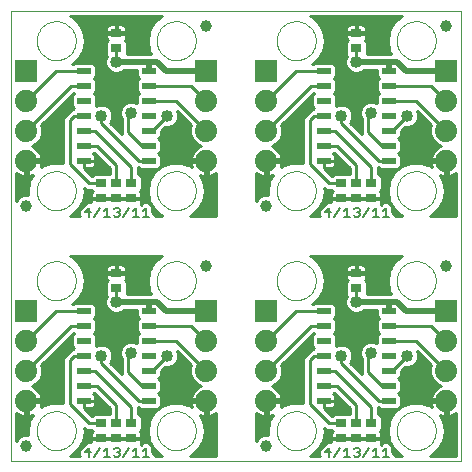
<source format=gtl>
G75*
G70*
%OFA0B0*%
%FSLAX24Y24*%
%IPPOS*%
%LPD*%
%AMOC8*
5,1,8,0,0,1.08239X$1,22.5*
%
%ADD10C,0.0000*%
%ADD11C,0.0050*%
%ADD12R,0.0472X0.0197*%
%ADD13R,0.0354X0.0276*%
%ADD14R,0.0740X0.0740*%
%ADD15C,0.0740*%
%ADD16C,0.0394*%
%ADD17C,0.0400*%
%ADD18C,0.0100*%
%ADD19C,0.0200*%
D10*
X013838Y004001D02*
X020838Y004001D01*
X021338Y004001D01*
X021838Y004001D01*
X028838Y004001D01*
X028838Y011001D01*
X028838Y011501D01*
X028838Y012001D01*
X028838Y019001D01*
X021838Y019001D01*
X021338Y019001D01*
X020838Y019001D01*
X013838Y019001D01*
X013838Y012001D01*
X013838Y011501D01*
X013838Y011001D01*
X013838Y004001D01*
X014688Y005001D02*
X014690Y005051D01*
X014696Y005101D01*
X014706Y005151D01*
X014719Y005199D01*
X014736Y005247D01*
X014757Y005293D01*
X014781Y005337D01*
X014809Y005379D01*
X014840Y005419D01*
X014874Y005456D01*
X014911Y005491D01*
X014950Y005522D01*
X014991Y005551D01*
X015035Y005576D01*
X015081Y005598D01*
X015128Y005616D01*
X015176Y005630D01*
X015225Y005641D01*
X015275Y005648D01*
X015325Y005651D01*
X015376Y005650D01*
X015426Y005645D01*
X015476Y005636D01*
X015524Y005624D01*
X015572Y005607D01*
X015618Y005587D01*
X015663Y005564D01*
X015706Y005537D01*
X015746Y005507D01*
X015784Y005474D01*
X015819Y005438D01*
X015852Y005399D01*
X015881Y005358D01*
X015907Y005315D01*
X015930Y005270D01*
X015949Y005223D01*
X015964Y005175D01*
X015976Y005126D01*
X015984Y005076D01*
X015988Y005026D01*
X015988Y004976D01*
X015984Y004926D01*
X015976Y004876D01*
X015964Y004827D01*
X015949Y004779D01*
X015930Y004732D01*
X015907Y004687D01*
X015881Y004644D01*
X015852Y004603D01*
X015819Y004564D01*
X015784Y004528D01*
X015746Y004495D01*
X015706Y004465D01*
X015663Y004438D01*
X015618Y004415D01*
X015572Y004395D01*
X015524Y004378D01*
X015476Y004366D01*
X015426Y004357D01*
X015376Y004352D01*
X015325Y004351D01*
X015275Y004354D01*
X015225Y004361D01*
X015176Y004372D01*
X015128Y004386D01*
X015081Y004404D01*
X015035Y004426D01*
X014991Y004451D01*
X014950Y004480D01*
X014911Y004511D01*
X014874Y004546D01*
X014840Y004583D01*
X014809Y004623D01*
X014781Y004665D01*
X014757Y004709D01*
X014736Y004755D01*
X014719Y004803D01*
X014706Y004851D01*
X014696Y004901D01*
X014690Y004951D01*
X014688Y005001D01*
X018688Y005001D02*
X018690Y005051D01*
X018696Y005101D01*
X018706Y005151D01*
X018719Y005199D01*
X018736Y005247D01*
X018757Y005293D01*
X018781Y005337D01*
X018809Y005379D01*
X018840Y005419D01*
X018874Y005456D01*
X018911Y005491D01*
X018950Y005522D01*
X018991Y005551D01*
X019035Y005576D01*
X019081Y005598D01*
X019128Y005616D01*
X019176Y005630D01*
X019225Y005641D01*
X019275Y005648D01*
X019325Y005651D01*
X019376Y005650D01*
X019426Y005645D01*
X019476Y005636D01*
X019524Y005624D01*
X019572Y005607D01*
X019618Y005587D01*
X019663Y005564D01*
X019706Y005537D01*
X019746Y005507D01*
X019784Y005474D01*
X019819Y005438D01*
X019852Y005399D01*
X019881Y005358D01*
X019907Y005315D01*
X019930Y005270D01*
X019949Y005223D01*
X019964Y005175D01*
X019976Y005126D01*
X019984Y005076D01*
X019988Y005026D01*
X019988Y004976D01*
X019984Y004926D01*
X019976Y004876D01*
X019964Y004827D01*
X019949Y004779D01*
X019930Y004732D01*
X019907Y004687D01*
X019881Y004644D01*
X019852Y004603D01*
X019819Y004564D01*
X019784Y004528D01*
X019746Y004495D01*
X019706Y004465D01*
X019663Y004438D01*
X019618Y004415D01*
X019572Y004395D01*
X019524Y004378D01*
X019476Y004366D01*
X019426Y004357D01*
X019376Y004352D01*
X019325Y004351D01*
X019275Y004354D01*
X019225Y004361D01*
X019176Y004372D01*
X019128Y004386D01*
X019081Y004404D01*
X019035Y004426D01*
X018991Y004451D01*
X018950Y004480D01*
X018911Y004511D01*
X018874Y004546D01*
X018840Y004583D01*
X018809Y004623D01*
X018781Y004665D01*
X018757Y004709D01*
X018736Y004755D01*
X018719Y004803D01*
X018706Y004851D01*
X018696Y004901D01*
X018690Y004951D01*
X018688Y005001D01*
X022688Y005001D02*
X022690Y005051D01*
X022696Y005101D01*
X022706Y005151D01*
X022719Y005199D01*
X022736Y005247D01*
X022757Y005293D01*
X022781Y005337D01*
X022809Y005379D01*
X022840Y005419D01*
X022874Y005456D01*
X022911Y005491D01*
X022950Y005522D01*
X022991Y005551D01*
X023035Y005576D01*
X023081Y005598D01*
X023128Y005616D01*
X023176Y005630D01*
X023225Y005641D01*
X023275Y005648D01*
X023325Y005651D01*
X023376Y005650D01*
X023426Y005645D01*
X023476Y005636D01*
X023524Y005624D01*
X023572Y005607D01*
X023618Y005587D01*
X023663Y005564D01*
X023706Y005537D01*
X023746Y005507D01*
X023784Y005474D01*
X023819Y005438D01*
X023852Y005399D01*
X023881Y005358D01*
X023907Y005315D01*
X023930Y005270D01*
X023949Y005223D01*
X023964Y005175D01*
X023976Y005126D01*
X023984Y005076D01*
X023988Y005026D01*
X023988Y004976D01*
X023984Y004926D01*
X023976Y004876D01*
X023964Y004827D01*
X023949Y004779D01*
X023930Y004732D01*
X023907Y004687D01*
X023881Y004644D01*
X023852Y004603D01*
X023819Y004564D01*
X023784Y004528D01*
X023746Y004495D01*
X023706Y004465D01*
X023663Y004438D01*
X023618Y004415D01*
X023572Y004395D01*
X023524Y004378D01*
X023476Y004366D01*
X023426Y004357D01*
X023376Y004352D01*
X023325Y004351D01*
X023275Y004354D01*
X023225Y004361D01*
X023176Y004372D01*
X023128Y004386D01*
X023081Y004404D01*
X023035Y004426D01*
X022991Y004451D01*
X022950Y004480D01*
X022911Y004511D01*
X022874Y004546D01*
X022840Y004583D01*
X022809Y004623D01*
X022781Y004665D01*
X022757Y004709D01*
X022736Y004755D01*
X022719Y004803D01*
X022706Y004851D01*
X022696Y004901D01*
X022690Y004951D01*
X022688Y005001D01*
X026688Y005001D02*
X026690Y005051D01*
X026696Y005101D01*
X026706Y005151D01*
X026719Y005199D01*
X026736Y005247D01*
X026757Y005293D01*
X026781Y005337D01*
X026809Y005379D01*
X026840Y005419D01*
X026874Y005456D01*
X026911Y005491D01*
X026950Y005522D01*
X026991Y005551D01*
X027035Y005576D01*
X027081Y005598D01*
X027128Y005616D01*
X027176Y005630D01*
X027225Y005641D01*
X027275Y005648D01*
X027325Y005651D01*
X027376Y005650D01*
X027426Y005645D01*
X027476Y005636D01*
X027524Y005624D01*
X027572Y005607D01*
X027618Y005587D01*
X027663Y005564D01*
X027706Y005537D01*
X027746Y005507D01*
X027784Y005474D01*
X027819Y005438D01*
X027852Y005399D01*
X027881Y005358D01*
X027907Y005315D01*
X027930Y005270D01*
X027949Y005223D01*
X027964Y005175D01*
X027976Y005126D01*
X027984Y005076D01*
X027988Y005026D01*
X027988Y004976D01*
X027984Y004926D01*
X027976Y004876D01*
X027964Y004827D01*
X027949Y004779D01*
X027930Y004732D01*
X027907Y004687D01*
X027881Y004644D01*
X027852Y004603D01*
X027819Y004564D01*
X027784Y004528D01*
X027746Y004495D01*
X027706Y004465D01*
X027663Y004438D01*
X027618Y004415D01*
X027572Y004395D01*
X027524Y004378D01*
X027476Y004366D01*
X027426Y004357D01*
X027376Y004352D01*
X027325Y004351D01*
X027275Y004354D01*
X027225Y004361D01*
X027176Y004372D01*
X027128Y004386D01*
X027081Y004404D01*
X027035Y004426D01*
X026991Y004451D01*
X026950Y004480D01*
X026911Y004511D01*
X026874Y004546D01*
X026840Y004583D01*
X026809Y004623D01*
X026781Y004665D01*
X026757Y004709D01*
X026736Y004755D01*
X026719Y004803D01*
X026706Y004851D01*
X026696Y004901D01*
X026690Y004951D01*
X026688Y005001D01*
X026688Y010001D02*
X026690Y010051D01*
X026696Y010101D01*
X026706Y010151D01*
X026719Y010199D01*
X026736Y010247D01*
X026757Y010293D01*
X026781Y010337D01*
X026809Y010379D01*
X026840Y010419D01*
X026874Y010456D01*
X026911Y010491D01*
X026950Y010522D01*
X026991Y010551D01*
X027035Y010576D01*
X027081Y010598D01*
X027128Y010616D01*
X027176Y010630D01*
X027225Y010641D01*
X027275Y010648D01*
X027325Y010651D01*
X027376Y010650D01*
X027426Y010645D01*
X027476Y010636D01*
X027524Y010624D01*
X027572Y010607D01*
X027618Y010587D01*
X027663Y010564D01*
X027706Y010537D01*
X027746Y010507D01*
X027784Y010474D01*
X027819Y010438D01*
X027852Y010399D01*
X027881Y010358D01*
X027907Y010315D01*
X027930Y010270D01*
X027949Y010223D01*
X027964Y010175D01*
X027976Y010126D01*
X027984Y010076D01*
X027988Y010026D01*
X027988Y009976D01*
X027984Y009926D01*
X027976Y009876D01*
X027964Y009827D01*
X027949Y009779D01*
X027930Y009732D01*
X027907Y009687D01*
X027881Y009644D01*
X027852Y009603D01*
X027819Y009564D01*
X027784Y009528D01*
X027746Y009495D01*
X027706Y009465D01*
X027663Y009438D01*
X027618Y009415D01*
X027572Y009395D01*
X027524Y009378D01*
X027476Y009366D01*
X027426Y009357D01*
X027376Y009352D01*
X027325Y009351D01*
X027275Y009354D01*
X027225Y009361D01*
X027176Y009372D01*
X027128Y009386D01*
X027081Y009404D01*
X027035Y009426D01*
X026991Y009451D01*
X026950Y009480D01*
X026911Y009511D01*
X026874Y009546D01*
X026840Y009583D01*
X026809Y009623D01*
X026781Y009665D01*
X026757Y009709D01*
X026736Y009755D01*
X026719Y009803D01*
X026706Y009851D01*
X026696Y009901D01*
X026690Y009951D01*
X026688Y010001D01*
X022688Y010001D02*
X022690Y010051D01*
X022696Y010101D01*
X022706Y010151D01*
X022719Y010199D01*
X022736Y010247D01*
X022757Y010293D01*
X022781Y010337D01*
X022809Y010379D01*
X022840Y010419D01*
X022874Y010456D01*
X022911Y010491D01*
X022950Y010522D01*
X022991Y010551D01*
X023035Y010576D01*
X023081Y010598D01*
X023128Y010616D01*
X023176Y010630D01*
X023225Y010641D01*
X023275Y010648D01*
X023325Y010651D01*
X023376Y010650D01*
X023426Y010645D01*
X023476Y010636D01*
X023524Y010624D01*
X023572Y010607D01*
X023618Y010587D01*
X023663Y010564D01*
X023706Y010537D01*
X023746Y010507D01*
X023784Y010474D01*
X023819Y010438D01*
X023852Y010399D01*
X023881Y010358D01*
X023907Y010315D01*
X023930Y010270D01*
X023949Y010223D01*
X023964Y010175D01*
X023976Y010126D01*
X023984Y010076D01*
X023988Y010026D01*
X023988Y009976D01*
X023984Y009926D01*
X023976Y009876D01*
X023964Y009827D01*
X023949Y009779D01*
X023930Y009732D01*
X023907Y009687D01*
X023881Y009644D01*
X023852Y009603D01*
X023819Y009564D01*
X023784Y009528D01*
X023746Y009495D01*
X023706Y009465D01*
X023663Y009438D01*
X023618Y009415D01*
X023572Y009395D01*
X023524Y009378D01*
X023476Y009366D01*
X023426Y009357D01*
X023376Y009352D01*
X023325Y009351D01*
X023275Y009354D01*
X023225Y009361D01*
X023176Y009372D01*
X023128Y009386D01*
X023081Y009404D01*
X023035Y009426D01*
X022991Y009451D01*
X022950Y009480D01*
X022911Y009511D01*
X022874Y009546D01*
X022840Y009583D01*
X022809Y009623D01*
X022781Y009665D01*
X022757Y009709D01*
X022736Y009755D01*
X022719Y009803D01*
X022706Y009851D01*
X022696Y009901D01*
X022690Y009951D01*
X022688Y010001D01*
X018688Y010001D02*
X018690Y010051D01*
X018696Y010101D01*
X018706Y010151D01*
X018719Y010199D01*
X018736Y010247D01*
X018757Y010293D01*
X018781Y010337D01*
X018809Y010379D01*
X018840Y010419D01*
X018874Y010456D01*
X018911Y010491D01*
X018950Y010522D01*
X018991Y010551D01*
X019035Y010576D01*
X019081Y010598D01*
X019128Y010616D01*
X019176Y010630D01*
X019225Y010641D01*
X019275Y010648D01*
X019325Y010651D01*
X019376Y010650D01*
X019426Y010645D01*
X019476Y010636D01*
X019524Y010624D01*
X019572Y010607D01*
X019618Y010587D01*
X019663Y010564D01*
X019706Y010537D01*
X019746Y010507D01*
X019784Y010474D01*
X019819Y010438D01*
X019852Y010399D01*
X019881Y010358D01*
X019907Y010315D01*
X019930Y010270D01*
X019949Y010223D01*
X019964Y010175D01*
X019976Y010126D01*
X019984Y010076D01*
X019988Y010026D01*
X019988Y009976D01*
X019984Y009926D01*
X019976Y009876D01*
X019964Y009827D01*
X019949Y009779D01*
X019930Y009732D01*
X019907Y009687D01*
X019881Y009644D01*
X019852Y009603D01*
X019819Y009564D01*
X019784Y009528D01*
X019746Y009495D01*
X019706Y009465D01*
X019663Y009438D01*
X019618Y009415D01*
X019572Y009395D01*
X019524Y009378D01*
X019476Y009366D01*
X019426Y009357D01*
X019376Y009352D01*
X019325Y009351D01*
X019275Y009354D01*
X019225Y009361D01*
X019176Y009372D01*
X019128Y009386D01*
X019081Y009404D01*
X019035Y009426D01*
X018991Y009451D01*
X018950Y009480D01*
X018911Y009511D01*
X018874Y009546D01*
X018840Y009583D01*
X018809Y009623D01*
X018781Y009665D01*
X018757Y009709D01*
X018736Y009755D01*
X018719Y009803D01*
X018706Y009851D01*
X018696Y009901D01*
X018690Y009951D01*
X018688Y010001D01*
X014688Y010001D02*
X014690Y010051D01*
X014696Y010101D01*
X014706Y010151D01*
X014719Y010199D01*
X014736Y010247D01*
X014757Y010293D01*
X014781Y010337D01*
X014809Y010379D01*
X014840Y010419D01*
X014874Y010456D01*
X014911Y010491D01*
X014950Y010522D01*
X014991Y010551D01*
X015035Y010576D01*
X015081Y010598D01*
X015128Y010616D01*
X015176Y010630D01*
X015225Y010641D01*
X015275Y010648D01*
X015325Y010651D01*
X015376Y010650D01*
X015426Y010645D01*
X015476Y010636D01*
X015524Y010624D01*
X015572Y010607D01*
X015618Y010587D01*
X015663Y010564D01*
X015706Y010537D01*
X015746Y010507D01*
X015784Y010474D01*
X015819Y010438D01*
X015852Y010399D01*
X015881Y010358D01*
X015907Y010315D01*
X015930Y010270D01*
X015949Y010223D01*
X015964Y010175D01*
X015976Y010126D01*
X015984Y010076D01*
X015988Y010026D01*
X015988Y009976D01*
X015984Y009926D01*
X015976Y009876D01*
X015964Y009827D01*
X015949Y009779D01*
X015930Y009732D01*
X015907Y009687D01*
X015881Y009644D01*
X015852Y009603D01*
X015819Y009564D01*
X015784Y009528D01*
X015746Y009495D01*
X015706Y009465D01*
X015663Y009438D01*
X015618Y009415D01*
X015572Y009395D01*
X015524Y009378D01*
X015476Y009366D01*
X015426Y009357D01*
X015376Y009352D01*
X015325Y009351D01*
X015275Y009354D01*
X015225Y009361D01*
X015176Y009372D01*
X015128Y009386D01*
X015081Y009404D01*
X015035Y009426D01*
X014991Y009451D01*
X014950Y009480D01*
X014911Y009511D01*
X014874Y009546D01*
X014840Y009583D01*
X014809Y009623D01*
X014781Y009665D01*
X014757Y009709D01*
X014736Y009755D01*
X014719Y009803D01*
X014706Y009851D01*
X014696Y009901D01*
X014690Y009951D01*
X014688Y010001D01*
X014688Y013001D02*
X014690Y013051D01*
X014696Y013101D01*
X014706Y013151D01*
X014719Y013199D01*
X014736Y013247D01*
X014757Y013293D01*
X014781Y013337D01*
X014809Y013379D01*
X014840Y013419D01*
X014874Y013456D01*
X014911Y013491D01*
X014950Y013522D01*
X014991Y013551D01*
X015035Y013576D01*
X015081Y013598D01*
X015128Y013616D01*
X015176Y013630D01*
X015225Y013641D01*
X015275Y013648D01*
X015325Y013651D01*
X015376Y013650D01*
X015426Y013645D01*
X015476Y013636D01*
X015524Y013624D01*
X015572Y013607D01*
X015618Y013587D01*
X015663Y013564D01*
X015706Y013537D01*
X015746Y013507D01*
X015784Y013474D01*
X015819Y013438D01*
X015852Y013399D01*
X015881Y013358D01*
X015907Y013315D01*
X015930Y013270D01*
X015949Y013223D01*
X015964Y013175D01*
X015976Y013126D01*
X015984Y013076D01*
X015988Y013026D01*
X015988Y012976D01*
X015984Y012926D01*
X015976Y012876D01*
X015964Y012827D01*
X015949Y012779D01*
X015930Y012732D01*
X015907Y012687D01*
X015881Y012644D01*
X015852Y012603D01*
X015819Y012564D01*
X015784Y012528D01*
X015746Y012495D01*
X015706Y012465D01*
X015663Y012438D01*
X015618Y012415D01*
X015572Y012395D01*
X015524Y012378D01*
X015476Y012366D01*
X015426Y012357D01*
X015376Y012352D01*
X015325Y012351D01*
X015275Y012354D01*
X015225Y012361D01*
X015176Y012372D01*
X015128Y012386D01*
X015081Y012404D01*
X015035Y012426D01*
X014991Y012451D01*
X014950Y012480D01*
X014911Y012511D01*
X014874Y012546D01*
X014840Y012583D01*
X014809Y012623D01*
X014781Y012665D01*
X014757Y012709D01*
X014736Y012755D01*
X014719Y012803D01*
X014706Y012851D01*
X014696Y012901D01*
X014690Y012951D01*
X014688Y013001D01*
X018688Y013001D02*
X018690Y013051D01*
X018696Y013101D01*
X018706Y013151D01*
X018719Y013199D01*
X018736Y013247D01*
X018757Y013293D01*
X018781Y013337D01*
X018809Y013379D01*
X018840Y013419D01*
X018874Y013456D01*
X018911Y013491D01*
X018950Y013522D01*
X018991Y013551D01*
X019035Y013576D01*
X019081Y013598D01*
X019128Y013616D01*
X019176Y013630D01*
X019225Y013641D01*
X019275Y013648D01*
X019325Y013651D01*
X019376Y013650D01*
X019426Y013645D01*
X019476Y013636D01*
X019524Y013624D01*
X019572Y013607D01*
X019618Y013587D01*
X019663Y013564D01*
X019706Y013537D01*
X019746Y013507D01*
X019784Y013474D01*
X019819Y013438D01*
X019852Y013399D01*
X019881Y013358D01*
X019907Y013315D01*
X019930Y013270D01*
X019949Y013223D01*
X019964Y013175D01*
X019976Y013126D01*
X019984Y013076D01*
X019988Y013026D01*
X019988Y012976D01*
X019984Y012926D01*
X019976Y012876D01*
X019964Y012827D01*
X019949Y012779D01*
X019930Y012732D01*
X019907Y012687D01*
X019881Y012644D01*
X019852Y012603D01*
X019819Y012564D01*
X019784Y012528D01*
X019746Y012495D01*
X019706Y012465D01*
X019663Y012438D01*
X019618Y012415D01*
X019572Y012395D01*
X019524Y012378D01*
X019476Y012366D01*
X019426Y012357D01*
X019376Y012352D01*
X019325Y012351D01*
X019275Y012354D01*
X019225Y012361D01*
X019176Y012372D01*
X019128Y012386D01*
X019081Y012404D01*
X019035Y012426D01*
X018991Y012451D01*
X018950Y012480D01*
X018911Y012511D01*
X018874Y012546D01*
X018840Y012583D01*
X018809Y012623D01*
X018781Y012665D01*
X018757Y012709D01*
X018736Y012755D01*
X018719Y012803D01*
X018706Y012851D01*
X018696Y012901D01*
X018690Y012951D01*
X018688Y013001D01*
X022688Y013001D02*
X022690Y013051D01*
X022696Y013101D01*
X022706Y013151D01*
X022719Y013199D01*
X022736Y013247D01*
X022757Y013293D01*
X022781Y013337D01*
X022809Y013379D01*
X022840Y013419D01*
X022874Y013456D01*
X022911Y013491D01*
X022950Y013522D01*
X022991Y013551D01*
X023035Y013576D01*
X023081Y013598D01*
X023128Y013616D01*
X023176Y013630D01*
X023225Y013641D01*
X023275Y013648D01*
X023325Y013651D01*
X023376Y013650D01*
X023426Y013645D01*
X023476Y013636D01*
X023524Y013624D01*
X023572Y013607D01*
X023618Y013587D01*
X023663Y013564D01*
X023706Y013537D01*
X023746Y013507D01*
X023784Y013474D01*
X023819Y013438D01*
X023852Y013399D01*
X023881Y013358D01*
X023907Y013315D01*
X023930Y013270D01*
X023949Y013223D01*
X023964Y013175D01*
X023976Y013126D01*
X023984Y013076D01*
X023988Y013026D01*
X023988Y012976D01*
X023984Y012926D01*
X023976Y012876D01*
X023964Y012827D01*
X023949Y012779D01*
X023930Y012732D01*
X023907Y012687D01*
X023881Y012644D01*
X023852Y012603D01*
X023819Y012564D01*
X023784Y012528D01*
X023746Y012495D01*
X023706Y012465D01*
X023663Y012438D01*
X023618Y012415D01*
X023572Y012395D01*
X023524Y012378D01*
X023476Y012366D01*
X023426Y012357D01*
X023376Y012352D01*
X023325Y012351D01*
X023275Y012354D01*
X023225Y012361D01*
X023176Y012372D01*
X023128Y012386D01*
X023081Y012404D01*
X023035Y012426D01*
X022991Y012451D01*
X022950Y012480D01*
X022911Y012511D01*
X022874Y012546D01*
X022840Y012583D01*
X022809Y012623D01*
X022781Y012665D01*
X022757Y012709D01*
X022736Y012755D01*
X022719Y012803D01*
X022706Y012851D01*
X022696Y012901D01*
X022690Y012951D01*
X022688Y013001D01*
X026688Y013001D02*
X026690Y013051D01*
X026696Y013101D01*
X026706Y013151D01*
X026719Y013199D01*
X026736Y013247D01*
X026757Y013293D01*
X026781Y013337D01*
X026809Y013379D01*
X026840Y013419D01*
X026874Y013456D01*
X026911Y013491D01*
X026950Y013522D01*
X026991Y013551D01*
X027035Y013576D01*
X027081Y013598D01*
X027128Y013616D01*
X027176Y013630D01*
X027225Y013641D01*
X027275Y013648D01*
X027325Y013651D01*
X027376Y013650D01*
X027426Y013645D01*
X027476Y013636D01*
X027524Y013624D01*
X027572Y013607D01*
X027618Y013587D01*
X027663Y013564D01*
X027706Y013537D01*
X027746Y013507D01*
X027784Y013474D01*
X027819Y013438D01*
X027852Y013399D01*
X027881Y013358D01*
X027907Y013315D01*
X027930Y013270D01*
X027949Y013223D01*
X027964Y013175D01*
X027976Y013126D01*
X027984Y013076D01*
X027988Y013026D01*
X027988Y012976D01*
X027984Y012926D01*
X027976Y012876D01*
X027964Y012827D01*
X027949Y012779D01*
X027930Y012732D01*
X027907Y012687D01*
X027881Y012644D01*
X027852Y012603D01*
X027819Y012564D01*
X027784Y012528D01*
X027746Y012495D01*
X027706Y012465D01*
X027663Y012438D01*
X027618Y012415D01*
X027572Y012395D01*
X027524Y012378D01*
X027476Y012366D01*
X027426Y012357D01*
X027376Y012352D01*
X027325Y012351D01*
X027275Y012354D01*
X027225Y012361D01*
X027176Y012372D01*
X027128Y012386D01*
X027081Y012404D01*
X027035Y012426D01*
X026991Y012451D01*
X026950Y012480D01*
X026911Y012511D01*
X026874Y012546D01*
X026840Y012583D01*
X026809Y012623D01*
X026781Y012665D01*
X026757Y012709D01*
X026736Y012755D01*
X026719Y012803D01*
X026706Y012851D01*
X026696Y012901D01*
X026690Y012951D01*
X026688Y013001D01*
X026688Y018001D02*
X026690Y018051D01*
X026696Y018101D01*
X026706Y018151D01*
X026719Y018199D01*
X026736Y018247D01*
X026757Y018293D01*
X026781Y018337D01*
X026809Y018379D01*
X026840Y018419D01*
X026874Y018456D01*
X026911Y018491D01*
X026950Y018522D01*
X026991Y018551D01*
X027035Y018576D01*
X027081Y018598D01*
X027128Y018616D01*
X027176Y018630D01*
X027225Y018641D01*
X027275Y018648D01*
X027325Y018651D01*
X027376Y018650D01*
X027426Y018645D01*
X027476Y018636D01*
X027524Y018624D01*
X027572Y018607D01*
X027618Y018587D01*
X027663Y018564D01*
X027706Y018537D01*
X027746Y018507D01*
X027784Y018474D01*
X027819Y018438D01*
X027852Y018399D01*
X027881Y018358D01*
X027907Y018315D01*
X027930Y018270D01*
X027949Y018223D01*
X027964Y018175D01*
X027976Y018126D01*
X027984Y018076D01*
X027988Y018026D01*
X027988Y017976D01*
X027984Y017926D01*
X027976Y017876D01*
X027964Y017827D01*
X027949Y017779D01*
X027930Y017732D01*
X027907Y017687D01*
X027881Y017644D01*
X027852Y017603D01*
X027819Y017564D01*
X027784Y017528D01*
X027746Y017495D01*
X027706Y017465D01*
X027663Y017438D01*
X027618Y017415D01*
X027572Y017395D01*
X027524Y017378D01*
X027476Y017366D01*
X027426Y017357D01*
X027376Y017352D01*
X027325Y017351D01*
X027275Y017354D01*
X027225Y017361D01*
X027176Y017372D01*
X027128Y017386D01*
X027081Y017404D01*
X027035Y017426D01*
X026991Y017451D01*
X026950Y017480D01*
X026911Y017511D01*
X026874Y017546D01*
X026840Y017583D01*
X026809Y017623D01*
X026781Y017665D01*
X026757Y017709D01*
X026736Y017755D01*
X026719Y017803D01*
X026706Y017851D01*
X026696Y017901D01*
X026690Y017951D01*
X026688Y018001D01*
X022688Y018001D02*
X022690Y018051D01*
X022696Y018101D01*
X022706Y018151D01*
X022719Y018199D01*
X022736Y018247D01*
X022757Y018293D01*
X022781Y018337D01*
X022809Y018379D01*
X022840Y018419D01*
X022874Y018456D01*
X022911Y018491D01*
X022950Y018522D01*
X022991Y018551D01*
X023035Y018576D01*
X023081Y018598D01*
X023128Y018616D01*
X023176Y018630D01*
X023225Y018641D01*
X023275Y018648D01*
X023325Y018651D01*
X023376Y018650D01*
X023426Y018645D01*
X023476Y018636D01*
X023524Y018624D01*
X023572Y018607D01*
X023618Y018587D01*
X023663Y018564D01*
X023706Y018537D01*
X023746Y018507D01*
X023784Y018474D01*
X023819Y018438D01*
X023852Y018399D01*
X023881Y018358D01*
X023907Y018315D01*
X023930Y018270D01*
X023949Y018223D01*
X023964Y018175D01*
X023976Y018126D01*
X023984Y018076D01*
X023988Y018026D01*
X023988Y017976D01*
X023984Y017926D01*
X023976Y017876D01*
X023964Y017827D01*
X023949Y017779D01*
X023930Y017732D01*
X023907Y017687D01*
X023881Y017644D01*
X023852Y017603D01*
X023819Y017564D01*
X023784Y017528D01*
X023746Y017495D01*
X023706Y017465D01*
X023663Y017438D01*
X023618Y017415D01*
X023572Y017395D01*
X023524Y017378D01*
X023476Y017366D01*
X023426Y017357D01*
X023376Y017352D01*
X023325Y017351D01*
X023275Y017354D01*
X023225Y017361D01*
X023176Y017372D01*
X023128Y017386D01*
X023081Y017404D01*
X023035Y017426D01*
X022991Y017451D01*
X022950Y017480D01*
X022911Y017511D01*
X022874Y017546D01*
X022840Y017583D01*
X022809Y017623D01*
X022781Y017665D01*
X022757Y017709D01*
X022736Y017755D01*
X022719Y017803D01*
X022706Y017851D01*
X022696Y017901D01*
X022690Y017951D01*
X022688Y018001D01*
X018688Y018001D02*
X018690Y018051D01*
X018696Y018101D01*
X018706Y018151D01*
X018719Y018199D01*
X018736Y018247D01*
X018757Y018293D01*
X018781Y018337D01*
X018809Y018379D01*
X018840Y018419D01*
X018874Y018456D01*
X018911Y018491D01*
X018950Y018522D01*
X018991Y018551D01*
X019035Y018576D01*
X019081Y018598D01*
X019128Y018616D01*
X019176Y018630D01*
X019225Y018641D01*
X019275Y018648D01*
X019325Y018651D01*
X019376Y018650D01*
X019426Y018645D01*
X019476Y018636D01*
X019524Y018624D01*
X019572Y018607D01*
X019618Y018587D01*
X019663Y018564D01*
X019706Y018537D01*
X019746Y018507D01*
X019784Y018474D01*
X019819Y018438D01*
X019852Y018399D01*
X019881Y018358D01*
X019907Y018315D01*
X019930Y018270D01*
X019949Y018223D01*
X019964Y018175D01*
X019976Y018126D01*
X019984Y018076D01*
X019988Y018026D01*
X019988Y017976D01*
X019984Y017926D01*
X019976Y017876D01*
X019964Y017827D01*
X019949Y017779D01*
X019930Y017732D01*
X019907Y017687D01*
X019881Y017644D01*
X019852Y017603D01*
X019819Y017564D01*
X019784Y017528D01*
X019746Y017495D01*
X019706Y017465D01*
X019663Y017438D01*
X019618Y017415D01*
X019572Y017395D01*
X019524Y017378D01*
X019476Y017366D01*
X019426Y017357D01*
X019376Y017352D01*
X019325Y017351D01*
X019275Y017354D01*
X019225Y017361D01*
X019176Y017372D01*
X019128Y017386D01*
X019081Y017404D01*
X019035Y017426D01*
X018991Y017451D01*
X018950Y017480D01*
X018911Y017511D01*
X018874Y017546D01*
X018840Y017583D01*
X018809Y017623D01*
X018781Y017665D01*
X018757Y017709D01*
X018736Y017755D01*
X018719Y017803D01*
X018706Y017851D01*
X018696Y017901D01*
X018690Y017951D01*
X018688Y018001D01*
X014688Y018001D02*
X014690Y018051D01*
X014696Y018101D01*
X014706Y018151D01*
X014719Y018199D01*
X014736Y018247D01*
X014757Y018293D01*
X014781Y018337D01*
X014809Y018379D01*
X014840Y018419D01*
X014874Y018456D01*
X014911Y018491D01*
X014950Y018522D01*
X014991Y018551D01*
X015035Y018576D01*
X015081Y018598D01*
X015128Y018616D01*
X015176Y018630D01*
X015225Y018641D01*
X015275Y018648D01*
X015325Y018651D01*
X015376Y018650D01*
X015426Y018645D01*
X015476Y018636D01*
X015524Y018624D01*
X015572Y018607D01*
X015618Y018587D01*
X015663Y018564D01*
X015706Y018537D01*
X015746Y018507D01*
X015784Y018474D01*
X015819Y018438D01*
X015852Y018399D01*
X015881Y018358D01*
X015907Y018315D01*
X015930Y018270D01*
X015949Y018223D01*
X015964Y018175D01*
X015976Y018126D01*
X015984Y018076D01*
X015988Y018026D01*
X015988Y017976D01*
X015984Y017926D01*
X015976Y017876D01*
X015964Y017827D01*
X015949Y017779D01*
X015930Y017732D01*
X015907Y017687D01*
X015881Y017644D01*
X015852Y017603D01*
X015819Y017564D01*
X015784Y017528D01*
X015746Y017495D01*
X015706Y017465D01*
X015663Y017438D01*
X015618Y017415D01*
X015572Y017395D01*
X015524Y017378D01*
X015476Y017366D01*
X015426Y017357D01*
X015376Y017352D01*
X015325Y017351D01*
X015275Y017354D01*
X015225Y017361D01*
X015176Y017372D01*
X015128Y017386D01*
X015081Y017404D01*
X015035Y017426D01*
X014991Y017451D01*
X014950Y017480D01*
X014911Y017511D01*
X014874Y017546D01*
X014840Y017583D01*
X014809Y017623D01*
X014781Y017665D01*
X014757Y017709D01*
X014736Y017755D01*
X014719Y017803D01*
X014706Y017851D01*
X014696Y017901D01*
X014690Y017951D01*
X014688Y018001D01*
D11*
X016438Y012426D02*
X016288Y012276D01*
X016488Y012276D01*
X016438Y012126D02*
X016438Y012426D01*
X016610Y012126D02*
X016811Y012426D01*
X016933Y012326D02*
X017033Y012426D01*
X017033Y012126D01*
X016933Y012126D02*
X017133Y012126D01*
X017255Y012176D02*
X017305Y012126D01*
X017405Y012126D01*
X017455Y012176D01*
X017455Y012226D01*
X017405Y012276D01*
X017355Y012276D01*
X017405Y012276D02*
X017455Y012326D01*
X017455Y012376D01*
X017405Y012426D01*
X017305Y012426D01*
X017255Y012376D01*
X017577Y012126D02*
X017777Y012426D01*
X017899Y012326D02*
X017999Y012426D01*
X017999Y012126D01*
X017899Y012126D02*
X018099Y012126D01*
X018222Y012126D02*
X018422Y012126D01*
X018322Y012126D02*
X018322Y012426D01*
X018222Y012326D01*
X024288Y012276D02*
X024488Y012276D01*
X024438Y012126D02*
X024438Y012426D01*
X024288Y012276D01*
X024610Y012126D02*
X024811Y012426D01*
X024933Y012326D02*
X025033Y012426D01*
X025033Y012126D01*
X024933Y012126D02*
X025133Y012126D01*
X025255Y012176D02*
X025305Y012126D01*
X025405Y012126D01*
X025455Y012176D01*
X025455Y012226D01*
X025405Y012276D01*
X025355Y012276D01*
X025405Y012276D02*
X025455Y012326D01*
X025455Y012376D01*
X025405Y012426D01*
X025305Y012426D01*
X025255Y012376D01*
X025577Y012126D02*
X025777Y012426D01*
X025899Y012326D02*
X025999Y012426D01*
X025999Y012126D01*
X025899Y012126D02*
X026099Y012126D01*
X026222Y012126D02*
X026422Y012126D01*
X026322Y012126D02*
X026322Y012426D01*
X026222Y012326D01*
X026322Y004426D02*
X026222Y004326D01*
X026322Y004426D02*
X026322Y004126D01*
X026222Y004126D02*
X026422Y004126D01*
X026099Y004126D02*
X025899Y004126D01*
X025999Y004126D02*
X025999Y004426D01*
X025899Y004326D01*
X025777Y004426D02*
X025577Y004126D01*
X025455Y004176D02*
X025405Y004126D01*
X025305Y004126D01*
X025255Y004176D01*
X025133Y004126D02*
X024933Y004126D01*
X025033Y004126D02*
X025033Y004426D01*
X024933Y004326D01*
X024811Y004426D02*
X024610Y004126D01*
X024438Y004126D02*
X024438Y004426D01*
X024288Y004276D01*
X024488Y004276D01*
X025255Y004376D02*
X025305Y004426D01*
X025405Y004426D01*
X025455Y004376D01*
X025455Y004326D01*
X025405Y004276D01*
X025455Y004226D01*
X025455Y004176D01*
X025405Y004276D02*
X025355Y004276D01*
X018422Y004126D02*
X018222Y004126D01*
X018322Y004126D02*
X018322Y004426D01*
X018222Y004326D01*
X018099Y004126D02*
X017899Y004126D01*
X017999Y004126D02*
X017999Y004426D01*
X017899Y004326D01*
X017777Y004426D02*
X017577Y004126D01*
X017455Y004176D02*
X017405Y004126D01*
X017305Y004126D01*
X017255Y004176D01*
X017133Y004126D02*
X016933Y004126D01*
X017033Y004126D02*
X017033Y004426D01*
X016933Y004326D01*
X016811Y004426D02*
X016610Y004126D01*
X016438Y004126D02*
X016438Y004426D01*
X016288Y004276D01*
X016488Y004276D01*
X017255Y004376D02*
X017305Y004426D01*
X017405Y004426D01*
X017455Y004376D01*
X017455Y004326D01*
X017405Y004276D01*
X017455Y004226D01*
X017455Y004176D01*
X017405Y004276D02*
X017355Y004276D01*
D12*
X018421Y006001D03*
X018421Y006501D03*
X018421Y007001D03*
X018421Y007501D03*
X018421Y008001D03*
X018421Y008501D03*
X018421Y009001D03*
X016255Y009001D03*
X016255Y008501D03*
X016255Y008001D03*
X016255Y007501D03*
X016255Y007001D03*
X016255Y006501D03*
X016255Y006001D03*
X024255Y006001D03*
X024255Y006501D03*
X024255Y007001D03*
X024255Y007501D03*
X024255Y008001D03*
X024255Y008501D03*
X024255Y009001D03*
X026421Y009001D03*
X026421Y008501D03*
X026421Y008001D03*
X026421Y007501D03*
X026421Y007001D03*
X026421Y006501D03*
X026421Y006001D03*
X026421Y014001D03*
X026421Y014501D03*
X026421Y015001D03*
X026421Y015501D03*
X026421Y016001D03*
X026421Y016501D03*
X026421Y017001D03*
X024255Y017001D03*
X024255Y016501D03*
X024255Y016001D03*
X024255Y015501D03*
X024255Y015001D03*
X024255Y014501D03*
X024255Y014001D03*
X018421Y014001D03*
X018421Y014501D03*
X018421Y015001D03*
X018421Y015501D03*
X018421Y016001D03*
X018421Y016501D03*
X018421Y017001D03*
X016255Y017001D03*
X016255Y016501D03*
X016255Y016001D03*
X016255Y015501D03*
X016255Y015001D03*
X016255Y014501D03*
X016255Y014001D03*
D13*
X016838Y013257D03*
X017338Y013257D03*
X017838Y013257D03*
X017838Y012745D03*
X017338Y012745D03*
X016838Y012745D03*
X017338Y010257D03*
X017338Y009745D03*
X024838Y012745D03*
X025338Y012745D03*
X025838Y012745D03*
X025838Y013257D03*
X025338Y013257D03*
X024838Y013257D03*
X025338Y010257D03*
X025338Y009745D03*
X025338Y005257D03*
X024838Y005257D03*
X024838Y004745D03*
X025338Y004745D03*
X025838Y004745D03*
X025838Y005257D03*
X017838Y005257D03*
X017338Y005257D03*
X016838Y005257D03*
X016838Y004745D03*
X017338Y004745D03*
X017838Y004745D03*
X017338Y017745D03*
X017338Y018257D03*
X025338Y018257D03*
X025338Y017745D03*
D14*
X022338Y017001D03*
X020338Y017001D03*
X014338Y017001D03*
X028338Y017001D03*
X028338Y009001D03*
X022338Y009001D03*
X020338Y009001D03*
X014338Y009001D03*
D15*
X014338Y008001D03*
X014338Y007001D03*
X014338Y006001D03*
X020338Y006001D03*
X022338Y006001D03*
X022338Y007001D03*
X020338Y007001D03*
X020338Y008001D03*
X022338Y008001D03*
X028338Y008001D03*
X028338Y007001D03*
X028338Y006001D03*
X028338Y014001D03*
X028338Y015001D03*
X028338Y016001D03*
X022338Y016001D03*
X020338Y016001D03*
X020338Y015001D03*
X022338Y015001D03*
X022338Y014001D03*
X020338Y014001D03*
X014338Y014001D03*
X014338Y015001D03*
X014338Y016001D03*
D16*
X020338Y018501D03*
X028338Y018501D03*
X022338Y012501D03*
X020338Y010501D03*
X014338Y012501D03*
X028338Y010501D03*
X022338Y004501D03*
X014338Y004501D03*
D17*
X016738Y005701D03*
X016838Y007501D03*
X017838Y007601D03*
X019038Y007501D03*
X017338Y009301D03*
X016538Y009751D03*
X024538Y009751D03*
X025338Y009301D03*
X025838Y007601D03*
X027038Y007501D03*
X024838Y007501D03*
X024738Y005701D03*
X024738Y013701D03*
X024838Y015501D03*
X025838Y015601D03*
X027038Y015501D03*
X025338Y017301D03*
X024538Y017751D03*
X019038Y015501D03*
X017838Y015601D03*
X016838Y015501D03*
X017338Y017301D03*
X016538Y017751D03*
X016738Y013701D03*
D18*
X016612Y013811D02*
X016631Y013845D01*
X016642Y013883D01*
X016642Y014001D01*
X016256Y014001D01*
X016256Y014001D01*
X016256Y013753D01*
X016511Y013753D01*
X016550Y013763D01*
X016584Y013783D01*
X016612Y013811D01*
X016634Y013856D02*
X017023Y013856D01*
X017118Y013760D02*
X017118Y013565D01*
X017091Y013565D01*
X017088Y013562D01*
X017086Y013565D01*
X016591Y013565D01*
X016513Y013487D01*
X016248Y013753D01*
X016255Y013753D01*
X016255Y014001D01*
X016256Y014001D01*
X016642Y014001D01*
X016642Y014119D01*
X016631Y014158D01*
X016612Y014192D01*
X016584Y014220D01*
X016561Y014233D01*
X016562Y014233D01*
X016604Y014275D01*
X017118Y013760D01*
X017118Y013757D02*
X016527Y013757D01*
X016586Y013560D02*
X016440Y013560D01*
X016342Y013659D02*
X017118Y013659D01*
X017338Y013851D02*
X016688Y014501D01*
X016255Y014501D01*
X015568Y014545D02*
X014646Y014545D01*
X014644Y014543D02*
X014796Y014695D01*
X014878Y014894D01*
X014878Y015109D01*
X014842Y015195D01*
X015915Y016267D01*
X015930Y016251D01*
X015849Y016170D01*
X015849Y015832D01*
X015930Y015751D01*
X015900Y015721D01*
X015847Y015721D01*
X015568Y015442D01*
X015568Y015260D01*
X015568Y013918D01*
X015504Y013941D01*
X015425Y013941D01*
X015338Y013941D01*
X015251Y013941D01*
X015172Y013941D01*
X014861Y013828D01*
X014813Y013787D01*
X014820Y013802D01*
X014845Y013879D01*
X014857Y013951D01*
X014388Y013951D01*
X014388Y013483D01*
X014460Y013494D01*
X014538Y013519D01*
X014558Y013530D01*
X014441Y013328D01*
X014441Y013328D01*
X014384Y013001D01*
X014407Y012868D01*
X014265Y012868D01*
X014130Y012812D01*
X014027Y012709D01*
X014008Y012663D01*
X014008Y013598D01*
X014066Y013556D01*
X014138Y013519D01*
X014216Y013494D01*
X014288Y013483D01*
X014288Y013951D01*
X014388Y013951D01*
X014388Y014051D01*
X014857Y014051D01*
X014845Y014123D01*
X014820Y014201D01*
X014783Y014274D01*
X014735Y014340D01*
X014677Y014398D01*
X014611Y014446D01*
X014538Y014483D01*
X014516Y014490D01*
X014644Y014543D01*
X014609Y014447D02*
X015568Y014447D01*
X015568Y014348D02*
X014726Y014348D01*
X014795Y014250D02*
X015568Y014250D01*
X015568Y014151D02*
X014836Y014151D01*
X014856Y014053D02*
X015568Y014053D01*
X015568Y013954D02*
X014388Y013954D01*
X014388Y013856D02*
X014288Y013856D01*
X014288Y013757D02*
X014388Y013757D01*
X014388Y013659D02*
X014288Y013659D01*
X014288Y013560D02*
X014388Y013560D01*
X014518Y013461D02*
X014008Y013461D01*
X014008Y013363D02*
X014461Y013363D01*
X014430Y013264D02*
X014008Y013264D01*
X014008Y013166D02*
X014413Y013166D01*
X014395Y013067D02*
X014008Y013067D01*
X014008Y012969D02*
X014389Y012969D01*
X014384Y013001D02*
X014384Y013001D01*
X014407Y012870D02*
X014008Y012870D01*
X014008Y012772D02*
X014090Y012772D01*
X014012Y012673D02*
X014008Y012673D01*
X015806Y012171D02*
X015815Y012175D01*
X016069Y012388D01*
X016235Y012675D01*
X016293Y013001D01*
X016293Y013001D01*
X016274Y013104D01*
X016341Y013037D01*
X016503Y013037D01*
X016553Y012987D01*
X016541Y012975D01*
X016521Y012941D01*
X016511Y012903D01*
X016511Y012764D01*
X016819Y012764D01*
X016819Y012726D01*
X016511Y012726D01*
X016511Y012621D01*
X016357Y012621D01*
X016207Y012471D01*
X016093Y012357D01*
X016093Y012196D01*
X016118Y012171D01*
X015806Y012171D01*
X015815Y012175D02*
X015815Y012175D01*
X015822Y012180D02*
X016108Y012180D01*
X016093Y012279D02*
X015940Y012279D01*
X016057Y012377D02*
X016113Y012377D01*
X016069Y012388D02*
X016069Y012388D01*
X016069Y012388D01*
X016120Y012476D02*
X016212Y012476D01*
X016177Y012575D02*
X016311Y012575D01*
X016234Y012673D02*
X016511Y012673D01*
X016511Y012772D02*
X016252Y012772D01*
X016235Y012675D02*
X016235Y012675D01*
X016269Y012870D02*
X016511Y012870D01*
X016537Y012969D02*
X016287Y012969D01*
X016281Y013067D02*
X016311Y013067D01*
X016432Y013257D02*
X015788Y013901D01*
X015788Y015351D01*
X015938Y015501D01*
X016255Y015501D01*
X015907Y015728D02*
X015376Y015728D01*
X015474Y015826D02*
X015855Y015826D01*
X015849Y015925D02*
X015573Y015925D01*
X015671Y016024D02*
X015849Y016024D01*
X015849Y016122D02*
X015770Y016122D01*
X015869Y016221D02*
X015900Y016221D01*
X015838Y016501D02*
X014338Y015001D01*
X014878Y015038D02*
X015568Y015038D01*
X015568Y014940D02*
X014878Y014940D01*
X014856Y014841D02*
X015568Y014841D01*
X015568Y014742D02*
X014815Y014742D01*
X014744Y014644D02*
X015568Y014644D01*
X016255Y015001D02*
X016638Y015001D01*
X017838Y013801D01*
X017838Y013257D01*
X018185Y013264D02*
X018430Y013264D01*
X018441Y013328D02*
X018384Y013001D01*
X018441Y012675D01*
X018607Y012388D01*
X018607Y012388D01*
X018861Y012175D01*
X018870Y012171D01*
X018617Y012171D01*
X018617Y012207D01*
X018517Y012307D01*
X018517Y012507D01*
X018402Y012621D01*
X018241Y012621D01*
X018161Y012541D01*
X018154Y012548D01*
X018155Y012550D01*
X018165Y012588D01*
X018165Y012726D01*
X017857Y012726D01*
X017857Y012764D01*
X018165Y012764D01*
X018165Y012903D01*
X018155Y012941D01*
X018135Y012975D01*
X018123Y012987D01*
X018185Y013049D01*
X018185Y013465D01*
X018086Y013565D01*
X018058Y013565D01*
X018058Y013710D01*
X018058Y013781D01*
X018066Y013781D01*
X018114Y013733D01*
X018727Y013733D01*
X018827Y013832D01*
X018827Y014170D01*
X018746Y014251D01*
X018827Y014332D01*
X018827Y014670D01*
X018746Y014751D01*
X018827Y014832D01*
X018827Y014979D01*
X018979Y015131D01*
X019112Y015131D01*
X019248Y015188D01*
X019352Y015292D01*
X019408Y015428D01*
X019408Y015575D01*
X019376Y015652D01*
X019834Y015195D01*
X019798Y015109D01*
X019798Y014894D01*
X019880Y014695D01*
X020032Y014543D01*
X020161Y014490D01*
X020138Y014483D01*
X020066Y014446D01*
X019999Y014398D01*
X019941Y014340D01*
X019893Y014274D01*
X019856Y014201D01*
X019831Y014123D01*
X019820Y014051D01*
X020288Y014051D01*
X020288Y013951D01*
X020388Y013951D01*
X020388Y013483D01*
X020460Y013494D01*
X020538Y013519D01*
X020611Y013556D01*
X020668Y013598D01*
X020668Y012171D01*
X019806Y012171D01*
X019815Y012175D01*
X020069Y012388D01*
X020235Y012675D01*
X020293Y013001D01*
X020293Y013001D01*
X020235Y013328D01*
X020118Y013530D01*
X020138Y013519D01*
X020216Y013494D01*
X020288Y013483D01*
X020288Y013951D01*
X019820Y013951D01*
X019831Y013879D01*
X019856Y013802D01*
X019863Y013787D01*
X019815Y013828D01*
X019504Y013941D01*
X019425Y013941D01*
X019338Y013941D01*
X019310Y013941D01*
X019251Y013941D01*
X019172Y013941D01*
X018861Y013828D01*
X018607Y013615D01*
X018607Y013615D01*
X018607Y013615D01*
X018441Y013328D01*
X018441Y013328D01*
X018461Y013363D02*
X018185Y013363D01*
X018185Y013461D02*
X018518Y013461D01*
X018575Y013560D02*
X018091Y013560D01*
X018058Y013659D02*
X018659Y013659D01*
X018752Y013757D02*
X018776Y013757D01*
X018861Y013828D02*
X018861Y013828D01*
X018827Y013856D02*
X018937Y013856D01*
X018827Y013954D02*
X020288Y013954D01*
X020288Y013856D02*
X020388Y013856D01*
X020388Y013757D02*
X020288Y013757D01*
X020288Y013659D02*
X020388Y013659D01*
X020388Y013560D02*
X020288Y013560D01*
X020158Y013461D02*
X020668Y013461D01*
X020668Y013363D02*
X020215Y013363D01*
X020235Y013328D02*
X020235Y013328D01*
X020246Y013264D02*
X020668Y013264D01*
X020668Y013166D02*
X020264Y013166D01*
X020281Y013067D02*
X020668Y013067D01*
X020668Y012969D02*
X020287Y012969D01*
X020269Y012870D02*
X020668Y012870D01*
X020668Y012772D02*
X020252Y012772D01*
X020235Y012675D02*
X020235Y012675D01*
X020234Y012673D02*
X020668Y012673D01*
X020668Y012575D02*
X020177Y012575D01*
X020120Y012476D02*
X020668Y012476D01*
X020668Y012377D02*
X020057Y012377D01*
X020069Y012388D02*
X020069Y012388D01*
X020069Y012388D01*
X019940Y012279D02*
X020668Y012279D01*
X020668Y012180D02*
X019822Y012180D01*
X019815Y012175D02*
X019815Y012175D01*
X018861Y012175D02*
X018861Y012175D01*
X018854Y012180D02*
X018617Y012180D01*
X018545Y012279D02*
X018737Y012279D01*
X018619Y012377D02*
X018517Y012377D01*
X018517Y012476D02*
X018556Y012476D01*
X018499Y012575D02*
X018449Y012575D01*
X018442Y012673D02*
X018165Y012673D01*
X018162Y012575D02*
X018194Y012575D01*
X018165Y012772D02*
X018424Y012772D01*
X018441Y012675D02*
X018441Y012675D01*
X018407Y012870D02*
X018165Y012870D01*
X018139Y012969D02*
X018389Y012969D01*
X018384Y013001D02*
X018384Y013001D01*
X018395Y013067D02*
X018185Y013067D01*
X018185Y013166D02*
X018413Y013166D01*
X017819Y012764D02*
X017665Y012764D01*
X017357Y012764D01*
X017357Y012726D01*
X017665Y012726D01*
X017819Y012726D01*
X017819Y012764D01*
X017319Y012764D02*
X017319Y012726D01*
X017011Y012726D01*
X016857Y012726D01*
X016857Y012764D01*
X017011Y012764D01*
X017319Y012764D01*
X017338Y013257D02*
X017338Y013851D01*
X016924Y013954D02*
X016642Y013954D01*
X016642Y014053D02*
X016826Y014053D01*
X016727Y014151D02*
X016633Y014151D01*
X016628Y014250D02*
X016579Y014250D01*
X016255Y013954D02*
X016256Y013954D01*
X016255Y013856D02*
X016256Y013856D01*
X016255Y013757D02*
X016256Y013757D01*
X015504Y013941D02*
X015504Y013941D01*
X014937Y013856D02*
X014837Y013856D01*
X014061Y013560D02*
X014008Y013560D01*
X016432Y013257D02*
X016838Y013257D01*
X018058Y013757D02*
X018090Y013757D01*
X018088Y014001D02*
X016838Y015251D01*
X016838Y015501D01*
X017186Y015629D02*
X017468Y015629D01*
X017468Y015675D02*
X017468Y015528D01*
X017518Y015407D01*
X017518Y015042D01*
X017518Y014882D01*
X017130Y015270D01*
X017152Y015292D01*
X017208Y015428D01*
X017208Y015575D01*
X017152Y015711D01*
X017048Y015815D01*
X016912Y015871D01*
X016764Y015871D01*
X016655Y015826D01*
X016662Y015832D01*
X016662Y016170D01*
X016580Y016251D01*
X016662Y016332D01*
X016662Y016670D01*
X016580Y016751D01*
X016662Y016832D01*
X016662Y017170D01*
X016562Y017270D01*
X015949Y017270D01*
X015900Y017221D01*
X015871Y017221D01*
X016069Y017388D01*
X016235Y017675D01*
X016293Y018001D01*
X016293Y018001D01*
X016235Y018328D01*
X016069Y018615D01*
X015815Y018828D01*
X015806Y018831D01*
X018870Y018831D01*
X018861Y018828D01*
X018607Y018615D01*
X018607Y018615D01*
X018607Y018615D01*
X018441Y018328D01*
X018441Y018328D01*
X018384Y018001D01*
X018441Y017675D01*
X018501Y017571D01*
X017685Y017571D01*
X017685Y017954D01*
X017623Y018015D01*
X017635Y018027D01*
X017655Y018061D01*
X017665Y018100D01*
X017665Y018238D01*
X017357Y018238D01*
X017357Y018276D01*
X017665Y018276D01*
X017665Y018415D01*
X017655Y018453D01*
X017635Y018487D01*
X018533Y018487D01*
X018476Y018389D02*
X017665Y018389D01*
X017665Y018290D02*
X018435Y018290D01*
X018417Y018191D02*
X017665Y018191D01*
X017663Y018093D02*
X018400Y018093D01*
X018384Y018001D02*
X018384Y018001D01*
X018385Y017994D02*
X017644Y017994D01*
X017685Y017896D02*
X018402Y017896D01*
X018420Y017797D02*
X017685Y017797D01*
X017685Y017699D02*
X018437Y017699D01*
X018441Y017675D02*
X018441Y017675D01*
X018484Y017600D02*
X017685Y017600D01*
X017338Y017745D02*
X017338Y017301D01*
X016968Y017305D02*
X015970Y017305D01*
X016069Y017388D02*
X016069Y017388D01*
X016069Y017388D01*
X016078Y017403D02*
X016980Y017403D01*
X016968Y017375D02*
X017022Y017506D01*
X016991Y017537D01*
X016991Y017954D01*
X017053Y018015D01*
X017041Y018027D01*
X017021Y018061D01*
X017011Y018100D01*
X017011Y018238D01*
X017319Y018238D01*
X017319Y018276D01*
X017011Y018276D01*
X017011Y018415D01*
X017021Y018453D01*
X017041Y018487D01*
X017069Y018515D01*
X017103Y018535D01*
X017141Y018545D01*
X017319Y018545D01*
X017319Y018276D01*
X017357Y018276D01*
X017357Y018545D01*
X017535Y018545D01*
X017573Y018535D01*
X017607Y018515D01*
X017635Y018487D01*
X017357Y018487D02*
X017319Y018487D01*
X017319Y018389D02*
X017357Y018389D01*
X017357Y018290D02*
X017319Y018290D01*
X017011Y018290D02*
X016242Y018290D01*
X016235Y018328D02*
X016235Y018328D01*
X016200Y018389D02*
X017011Y018389D01*
X017041Y018487D02*
X016143Y018487D01*
X016086Y018586D02*
X018590Y018586D01*
X018690Y018684D02*
X015986Y018684D01*
X016069Y018615D02*
X016069Y018615D01*
X015869Y018783D02*
X018807Y018783D01*
X018861Y018828D02*
X018861Y018828D01*
X017011Y018191D02*
X016259Y018191D01*
X016276Y018093D02*
X017013Y018093D01*
X017032Y017994D02*
X016291Y017994D01*
X016274Y017896D02*
X016991Y017896D01*
X016991Y017797D02*
X016257Y017797D01*
X016239Y017699D02*
X016991Y017699D01*
X016991Y017600D02*
X016192Y017600D01*
X016235Y017675D02*
X016235Y017675D01*
X016135Y017502D02*
X017021Y017502D01*
X016968Y017375D02*
X016968Y017228D01*
X017024Y017092D01*
X017129Y016988D01*
X017264Y016931D01*
X017412Y016931D01*
X017548Y016988D01*
X017591Y017031D01*
X018015Y017031D01*
X018015Y016832D01*
X018096Y016751D01*
X018015Y016670D01*
X018015Y016332D01*
X018096Y016251D01*
X018015Y016170D01*
X018015Y015929D01*
X017912Y015971D01*
X017764Y015971D01*
X017629Y015915D01*
X017524Y015811D01*
X017468Y015675D01*
X017490Y015728D02*
X017135Y015728D01*
X017020Y015826D02*
X017540Y015826D01*
X017653Y015925D02*
X016662Y015925D01*
X016662Y016024D02*
X018015Y016024D01*
X018015Y016122D02*
X016662Y016122D01*
X016611Y016221D02*
X018065Y016221D01*
X018028Y016319D02*
X016648Y016319D01*
X016662Y016418D02*
X018015Y016418D01*
X018015Y016516D02*
X016662Y016516D01*
X016662Y016615D02*
X018015Y016615D01*
X018058Y016713D02*
X016618Y016713D01*
X016641Y016812D02*
X018035Y016812D01*
X018015Y016910D02*
X016662Y016910D01*
X016662Y017009D02*
X017107Y017009D01*
X017018Y017108D02*
X016662Y017108D01*
X016626Y017206D02*
X016977Y017206D01*
X017569Y017009D02*
X018015Y017009D01*
X018421Y016501D02*
X019838Y016501D01*
X020338Y016001D01*
X019497Y015531D02*
X019408Y015531D01*
X019408Y015432D02*
X019596Y015432D01*
X019694Y015334D02*
X019369Y015334D01*
X019295Y015235D02*
X019793Y015235D01*
X019810Y015137D02*
X019125Y015137D01*
X018886Y015038D02*
X019798Y015038D01*
X019798Y014940D02*
X018827Y014940D01*
X018827Y014841D02*
X019820Y014841D01*
X019861Y014742D02*
X018755Y014742D01*
X018827Y014644D02*
X019932Y014644D01*
X020030Y014545D02*
X018827Y014545D01*
X018827Y014447D02*
X020067Y014447D01*
X019950Y014348D02*
X018827Y014348D01*
X018747Y014250D02*
X019881Y014250D01*
X019840Y014151D02*
X018827Y014151D01*
X018827Y014053D02*
X019820Y014053D01*
X019839Y013856D02*
X019739Y013856D01*
X019815Y013828D02*
X019815Y013828D01*
X019504Y013941D02*
X019504Y013941D01*
X019172Y013941D02*
X019172Y013941D01*
X018421Y014001D02*
X018088Y014001D01*
X018188Y014501D02*
X017738Y014951D01*
X017738Y015501D01*
X017838Y015601D01*
X017508Y015432D02*
X017208Y015432D01*
X017208Y015531D02*
X017468Y015531D01*
X017518Y015334D02*
X017169Y015334D01*
X017165Y015235D02*
X017518Y015235D01*
X017518Y015137D02*
X017264Y015137D01*
X017362Y015038D02*
X017518Y015038D01*
X017518Y014940D02*
X017461Y014940D01*
X018188Y014501D02*
X018421Y014501D01*
X018421Y015001D02*
X018421Y015019D01*
X018555Y015019D01*
X019038Y015501D01*
X019385Y015629D02*
X019399Y015629D01*
X019338Y016001D02*
X020338Y015001D01*
X022338Y015001D02*
X023838Y016501D01*
X024255Y016501D01*
X024662Y016516D02*
X026015Y016516D01*
X026015Y016418D02*
X024662Y016418D01*
X024662Y016332D02*
X024662Y016670D01*
X024580Y016751D01*
X024662Y016832D01*
X024662Y017170D01*
X024562Y017270D01*
X023949Y017270D01*
X023900Y017221D01*
X023871Y017221D01*
X024069Y017388D01*
X024235Y017675D01*
X024293Y018001D01*
X024293Y018001D01*
X024235Y018328D01*
X024069Y018615D01*
X023815Y018828D01*
X023806Y018831D01*
X026870Y018831D01*
X026861Y018828D01*
X026607Y018615D01*
X026441Y018328D01*
X026441Y018328D01*
X026384Y018001D01*
X026441Y017675D01*
X026501Y017571D01*
X025685Y017571D01*
X025685Y017954D01*
X025623Y018015D01*
X025635Y018027D01*
X025655Y018061D01*
X025665Y018100D01*
X025665Y018238D01*
X025357Y018238D01*
X025357Y018276D01*
X025665Y018276D01*
X025665Y018415D01*
X025655Y018453D01*
X025635Y018487D01*
X026533Y018487D01*
X026476Y018389D02*
X025665Y018389D01*
X025665Y018290D02*
X026435Y018290D01*
X026417Y018191D02*
X025665Y018191D01*
X025663Y018093D02*
X026400Y018093D01*
X026384Y018001D02*
X026384Y018001D01*
X026385Y017994D02*
X025644Y017994D01*
X025685Y017896D02*
X026402Y017896D01*
X026420Y017797D02*
X025685Y017797D01*
X025685Y017699D02*
X026437Y017699D01*
X026441Y017675D02*
X026441Y017675D01*
X026484Y017600D02*
X025685Y017600D01*
X025338Y017745D02*
X025338Y017301D01*
X024968Y017305D02*
X023970Y017305D01*
X024069Y017388D02*
X024069Y017388D01*
X024069Y017388D01*
X024078Y017403D02*
X024980Y017403D01*
X024968Y017375D02*
X025022Y017506D01*
X024991Y017537D01*
X024991Y017954D01*
X025053Y018015D01*
X025041Y018027D01*
X025021Y018061D01*
X025011Y018100D01*
X025011Y018238D01*
X025319Y018238D01*
X025319Y018276D01*
X025011Y018276D01*
X025011Y018415D01*
X025021Y018453D01*
X025041Y018487D01*
X025069Y018515D01*
X025103Y018535D01*
X025141Y018545D01*
X025319Y018545D01*
X025319Y018276D01*
X025357Y018276D01*
X025357Y018545D01*
X025535Y018545D01*
X025573Y018535D01*
X025607Y018515D01*
X025635Y018487D01*
X025357Y018487D02*
X025319Y018487D01*
X025319Y018389D02*
X025357Y018389D01*
X025357Y018290D02*
X025319Y018290D01*
X025011Y018290D02*
X024242Y018290D01*
X024235Y018328D02*
X024235Y018328D01*
X024200Y018389D02*
X025011Y018389D01*
X025041Y018487D02*
X024143Y018487D01*
X024086Y018586D02*
X026590Y018586D01*
X026607Y018615D02*
X026607Y018615D01*
X026690Y018684D02*
X023986Y018684D01*
X024069Y018615D02*
X024069Y018615D01*
X023869Y018783D02*
X026807Y018783D01*
X025011Y018191D02*
X024259Y018191D01*
X024276Y018093D02*
X025013Y018093D01*
X025032Y017994D02*
X024291Y017994D01*
X024274Y017896D02*
X024991Y017896D01*
X024991Y017797D02*
X024257Y017797D01*
X024239Y017699D02*
X024991Y017699D01*
X024991Y017600D02*
X024192Y017600D01*
X024235Y017675D02*
X024235Y017675D01*
X024135Y017502D02*
X025021Y017502D01*
X024968Y017375D02*
X024968Y017228D01*
X025024Y017092D01*
X025129Y016988D01*
X025264Y016931D01*
X025412Y016931D01*
X025548Y016988D01*
X025591Y017031D01*
X026015Y017031D01*
X026015Y016832D01*
X026096Y016751D01*
X026015Y016670D01*
X026015Y016332D01*
X026096Y016251D01*
X026015Y016170D01*
X026015Y015929D01*
X025912Y015971D01*
X025764Y015971D01*
X025629Y015915D01*
X025524Y015811D01*
X025468Y015675D01*
X025468Y015528D01*
X025518Y015407D01*
X025518Y014882D01*
X025130Y015270D01*
X025152Y015292D01*
X025208Y015428D01*
X025208Y015575D01*
X025152Y015711D01*
X025048Y015815D01*
X024912Y015871D01*
X024764Y015871D01*
X024655Y015826D01*
X024662Y015832D01*
X024662Y016170D01*
X024580Y016251D01*
X024662Y016332D01*
X024648Y016319D02*
X026028Y016319D01*
X026065Y016221D02*
X024611Y016221D01*
X024662Y016122D02*
X026015Y016122D01*
X026015Y016024D02*
X024662Y016024D01*
X024662Y015925D02*
X025653Y015925D01*
X025540Y015826D02*
X025020Y015826D01*
X025135Y015728D02*
X025490Y015728D01*
X025468Y015629D02*
X025186Y015629D01*
X025208Y015531D02*
X025468Y015531D01*
X025508Y015432D02*
X025208Y015432D01*
X025169Y015334D02*
X025518Y015334D01*
X025518Y015235D02*
X025165Y015235D01*
X025264Y015137D02*
X025518Y015137D01*
X025518Y015038D02*
X025362Y015038D01*
X025461Y014940D02*
X025518Y014940D01*
X025738Y014951D02*
X025738Y015501D01*
X025838Y015601D01*
X026421Y016001D02*
X027338Y016001D01*
X028338Y015001D01*
X027834Y015195D02*
X027798Y015109D01*
X027798Y014894D01*
X027880Y014695D01*
X028032Y014543D01*
X028161Y014490D01*
X028138Y014483D01*
X028066Y014446D01*
X027999Y014398D01*
X027941Y014340D01*
X027893Y014274D01*
X027856Y014201D01*
X027831Y014123D01*
X027820Y014051D01*
X028288Y014051D01*
X028288Y013951D01*
X028388Y013951D01*
X028388Y013483D01*
X028460Y013494D01*
X028538Y013519D01*
X028611Y013556D01*
X028668Y013598D01*
X028668Y012171D01*
X027806Y012171D01*
X027815Y012175D01*
X028069Y012388D01*
X028235Y012675D01*
X028293Y013001D01*
X028293Y013001D01*
X028235Y013328D01*
X028118Y013530D01*
X028138Y013519D01*
X028216Y013494D01*
X028288Y013483D01*
X028288Y013951D01*
X027820Y013951D01*
X027831Y013879D01*
X027856Y013802D01*
X027863Y013787D01*
X027815Y013828D01*
X027504Y013941D01*
X027338Y013941D01*
X027172Y013941D01*
X026861Y013828D01*
X026607Y013615D01*
X026607Y013615D01*
X026607Y013615D01*
X026441Y013328D01*
X026441Y013328D01*
X026384Y013001D01*
X026441Y012675D01*
X026607Y012388D01*
X026607Y012388D01*
X026861Y012175D01*
X026870Y012171D01*
X026617Y012171D01*
X026617Y012207D01*
X026517Y012307D01*
X026517Y012507D01*
X026402Y012621D01*
X026241Y012621D01*
X026161Y012541D01*
X026154Y012548D01*
X026155Y012550D01*
X026165Y012588D01*
X026165Y012726D01*
X025857Y012726D01*
X025857Y012764D01*
X026165Y012764D01*
X026165Y012903D01*
X026155Y012941D01*
X026135Y012975D01*
X026123Y012987D01*
X026185Y013049D01*
X026185Y013465D01*
X026086Y013565D01*
X026058Y013565D01*
X026058Y013710D01*
X026058Y013781D01*
X026066Y013781D01*
X026114Y013733D01*
X026727Y013733D01*
X026827Y013832D01*
X026827Y014170D01*
X026746Y014251D01*
X026827Y014332D01*
X026827Y014670D01*
X026746Y014751D01*
X026827Y014832D01*
X026827Y014979D01*
X026979Y015131D01*
X027112Y015131D01*
X027248Y015188D01*
X027352Y015292D01*
X027408Y015428D01*
X027408Y015575D01*
X027376Y015652D01*
X027834Y015195D01*
X027793Y015235D02*
X027295Y015235D01*
X027369Y015334D02*
X027694Y015334D01*
X027596Y015432D02*
X027408Y015432D01*
X027408Y015531D02*
X027497Y015531D01*
X027399Y015629D02*
X027386Y015629D01*
X027038Y015501D02*
X026555Y015019D01*
X026421Y015019D01*
X026421Y015001D01*
X026827Y014940D02*
X027798Y014940D01*
X027798Y015038D02*
X026886Y015038D01*
X026827Y014841D02*
X027820Y014841D01*
X027861Y014742D02*
X026755Y014742D01*
X026827Y014644D02*
X027932Y014644D01*
X028030Y014545D02*
X026827Y014545D01*
X026827Y014447D02*
X028067Y014447D01*
X027950Y014348D02*
X026827Y014348D01*
X026747Y014250D02*
X027881Y014250D01*
X027840Y014151D02*
X026827Y014151D01*
X026827Y014053D02*
X027820Y014053D01*
X027839Y013856D02*
X027739Y013856D01*
X027815Y013828D02*
X027815Y013828D01*
X027504Y013941D02*
X027504Y013941D01*
X027172Y013941D02*
X027172Y013941D01*
X026937Y013856D02*
X026827Y013856D01*
X026861Y013828D02*
X026861Y013828D01*
X026776Y013757D02*
X026752Y013757D01*
X026659Y013659D02*
X026058Y013659D01*
X026058Y013757D02*
X026090Y013757D01*
X026091Y013560D02*
X026575Y013560D01*
X026518Y013461D02*
X026185Y013461D01*
X026185Y013363D02*
X026461Y013363D01*
X026430Y013264D02*
X026185Y013264D01*
X026185Y013166D02*
X026413Y013166D01*
X026395Y013067D02*
X026185Y013067D01*
X026139Y012969D02*
X026389Y012969D01*
X026384Y013001D02*
X026384Y013001D01*
X026407Y012870D02*
X026165Y012870D01*
X026165Y012772D02*
X026424Y012772D01*
X026441Y012675D02*
X026441Y012675D01*
X026442Y012673D02*
X026165Y012673D01*
X026162Y012575D02*
X026194Y012575D01*
X026449Y012575D02*
X026499Y012575D01*
X026517Y012476D02*
X026556Y012476D01*
X026517Y012377D02*
X026619Y012377D01*
X026545Y012279D02*
X026737Y012279D01*
X026854Y012180D02*
X026617Y012180D01*
X026861Y012175D02*
X026861Y012175D01*
X027815Y012175D02*
X027815Y012175D01*
X027822Y012180D02*
X028668Y012180D01*
X028668Y012279D02*
X027940Y012279D01*
X028057Y012377D02*
X028668Y012377D01*
X028668Y012476D02*
X028120Y012476D01*
X028069Y012388D02*
X028069Y012388D01*
X028069Y012388D01*
X028177Y012575D02*
X028668Y012575D01*
X028668Y012673D02*
X028234Y012673D01*
X028235Y012675D02*
X028235Y012675D01*
X028252Y012772D02*
X028668Y012772D01*
X028668Y012870D02*
X028269Y012870D01*
X028287Y012969D02*
X028668Y012969D01*
X028668Y013067D02*
X028281Y013067D01*
X028264Y013166D02*
X028668Y013166D01*
X028668Y013264D02*
X028246Y013264D01*
X028235Y013328D02*
X028235Y013328D01*
X028215Y013363D02*
X028668Y013363D01*
X028668Y013461D02*
X028158Y013461D01*
X028288Y013560D02*
X028388Y013560D01*
X028388Y013659D02*
X028288Y013659D01*
X028288Y013757D02*
X028388Y013757D01*
X028388Y013856D02*
X028288Y013856D01*
X028288Y013954D02*
X026827Y013954D01*
X026421Y014001D02*
X026088Y014001D01*
X024838Y015251D01*
X024838Y015501D01*
X024656Y015826D02*
X024656Y015826D01*
X024255Y015501D02*
X023938Y015501D01*
X023788Y015351D01*
X023788Y013901D01*
X024432Y013257D01*
X024838Y013257D01*
X024553Y012987D02*
X024503Y013037D01*
X024341Y013037D01*
X024274Y013104D01*
X024293Y013001D01*
X024293Y013001D01*
X024235Y012675D01*
X024235Y012675D01*
X024069Y012388D01*
X024069Y012388D01*
X024069Y012388D01*
X023815Y012175D01*
X023815Y012175D01*
X023806Y012171D01*
X024118Y012171D01*
X024093Y012196D01*
X024093Y012357D01*
X024207Y012471D01*
X024357Y012621D01*
X024511Y012621D01*
X024511Y012726D01*
X024819Y012726D01*
X024819Y012764D01*
X024511Y012764D01*
X024511Y012903D01*
X024521Y012941D01*
X024541Y012975D01*
X024553Y012987D01*
X024537Y012969D02*
X024287Y012969D01*
X024281Y013067D02*
X024311Y013067D01*
X024269Y012870D02*
X024511Y012870D01*
X024511Y012772D02*
X024252Y012772D01*
X024234Y012673D02*
X024511Y012673D01*
X024311Y012575D02*
X024177Y012575D01*
X024212Y012476D02*
X024120Y012476D01*
X024113Y012377D02*
X024057Y012377D01*
X024093Y012279D02*
X023940Y012279D01*
X023822Y012180D02*
X024108Y012180D01*
X024857Y012726D02*
X024857Y012764D01*
X025165Y012764D01*
X025319Y012764D01*
X025319Y012726D01*
X025165Y012726D01*
X024857Y012726D01*
X025357Y012726D02*
X025357Y012764D01*
X025665Y012764D01*
X025819Y012764D01*
X025819Y012726D01*
X025665Y012726D01*
X025357Y012726D01*
X025338Y013257D02*
X025338Y013851D01*
X024688Y014501D01*
X024255Y014501D01*
X024561Y014233D02*
X024562Y014233D01*
X024604Y014275D01*
X025118Y013760D01*
X025118Y013565D01*
X025091Y013565D01*
X025088Y013562D01*
X025086Y013565D01*
X024591Y013565D01*
X024513Y013487D01*
X024248Y013753D01*
X024255Y013753D01*
X024255Y014001D01*
X024256Y014001D01*
X024256Y014001D01*
X024642Y014001D01*
X024642Y013883D01*
X024631Y013845D01*
X024612Y013811D01*
X024584Y013783D01*
X024550Y013763D01*
X024511Y013753D01*
X024256Y013753D01*
X024256Y014001D01*
X024642Y014001D01*
X024642Y014119D01*
X024631Y014158D01*
X024612Y014192D01*
X024584Y014220D01*
X024561Y014233D01*
X024579Y014250D02*
X024628Y014250D01*
X024633Y014151D02*
X024727Y014151D01*
X024642Y014053D02*
X024826Y014053D01*
X024924Y013954D02*
X024642Y013954D01*
X024634Y013856D02*
X025023Y013856D01*
X025118Y013757D02*
X024527Y013757D01*
X024586Y013560D02*
X024440Y013560D01*
X024342Y013659D02*
X025118Y013659D01*
X025838Y013801D02*
X025838Y013257D01*
X025838Y013801D02*
X024638Y015001D01*
X024255Y015001D01*
X023568Y015038D02*
X022878Y015038D01*
X022878Y015109D02*
X022878Y014894D01*
X022796Y014695D01*
X022644Y014543D01*
X022516Y014490D01*
X022538Y014483D01*
X022611Y014446D01*
X022677Y014398D01*
X022735Y014340D01*
X022783Y014274D01*
X022820Y014201D01*
X022845Y014123D01*
X022857Y014051D01*
X022388Y014051D01*
X022388Y013951D01*
X022388Y013483D01*
X022460Y013494D01*
X022538Y013519D01*
X022558Y013530D01*
X022441Y013328D01*
X022441Y013328D01*
X022384Y013001D01*
X022407Y012868D01*
X022265Y012868D01*
X022130Y012812D01*
X022027Y012709D01*
X022008Y012663D01*
X022008Y013598D01*
X022066Y013556D01*
X022138Y013519D01*
X022216Y013494D01*
X022288Y013483D01*
X022288Y013951D01*
X022388Y013951D01*
X022857Y013951D01*
X022845Y013879D01*
X022820Y013802D01*
X022813Y013787D01*
X022861Y013828D01*
X022861Y013828D01*
X023172Y013941D01*
X023172Y013941D01*
X023251Y013941D01*
X023329Y013941D01*
X023338Y013941D01*
X023425Y013941D01*
X023504Y013941D01*
X023568Y013918D01*
X023568Y015260D01*
X023568Y015442D01*
X023718Y015592D01*
X023718Y015592D01*
X023847Y015721D01*
X023900Y015721D01*
X023930Y015751D01*
X023849Y015832D01*
X023849Y016170D01*
X023930Y016251D01*
X023915Y016267D01*
X022842Y015195D01*
X022878Y015109D01*
X022866Y015137D02*
X023568Y015137D01*
X023568Y015235D02*
X022883Y015235D01*
X022982Y015334D02*
X023568Y015334D01*
X023568Y015432D02*
X023080Y015432D01*
X023179Y015531D02*
X023657Y015531D01*
X023755Y015629D02*
X023277Y015629D01*
X023376Y015728D02*
X023907Y015728D01*
X023855Y015826D02*
X023474Y015826D01*
X023573Y015925D02*
X023849Y015925D01*
X023849Y016024D02*
X023671Y016024D01*
X023770Y016122D02*
X023849Y016122D01*
X023869Y016221D02*
X023900Y016221D01*
X024662Y016615D02*
X026015Y016615D01*
X026058Y016713D02*
X024618Y016713D01*
X024641Y016812D02*
X026035Y016812D01*
X026015Y016910D02*
X024662Y016910D01*
X024662Y017009D02*
X025107Y017009D01*
X025018Y017108D02*
X024662Y017108D01*
X024626Y017206D02*
X024977Y017206D01*
X025569Y017009D02*
X026015Y017009D01*
X026421Y016501D02*
X027838Y016501D01*
X028338Y016001D01*
X027810Y015137D02*
X027125Y015137D01*
X026421Y014501D02*
X026188Y014501D01*
X025738Y014951D01*
X024255Y013954D02*
X024256Y013954D01*
X024255Y013856D02*
X024256Y013856D01*
X024255Y013757D02*
X024256Y013757D01*
X023568Y013954D02*
X022388Y013954D01*
X022388Y013856D02*
X022288Y013856D01*
X022288Y013757D02*
X022388Y013757D01*
X022388Y013659D02*
X022288Y013659D01*
X022288Y013560D02*
X022388Y013560D01*
X022518Y013461D02*
X022008Y013461D01*
X022008Y013363D02*
X022461Y013363D01*
X022430Y013264D02*
X022008Y013264D01*
X022008Y013166D02*
X022413Y013166D01*
X022395Y013067D02*
X022008Y013067D01*
X022008Y012969D02*
X022389Y012969D01*
X022384Y013001D02*
X022384Y013001D01*
X022407Y012870D02*
X022008Y012870D01*
X022008Y012772D02*
X022090Y012772D01*
X022012Y012673D02*
X022008Y012673D01*
X022008Y013560D02*
X022061Y013560D01*
X022837Y013856D02*
X022937Y013856D01*
X022856Y014053D02*
X023568Y014053D01*
X023568Y014151D02*
X022836Y014151D01*
X022795Y014250D02*
X023568Y014250D01*
X023568Y014348D02*
X022726Y014348D01*
X022609Y014447D02*
X023568Y014447D01*
X023568Y014545D02*
X022646Y014545D01*
X022744Y014644D02*
X023568Y014644D01*
X023568Y014742D02*
X022815Y014742D01*
X022856Y014841D02*
X023568Y014841D01*
X023568Y014940D02*
X022878Y014940D01*
X023504Y013941D02*
X023504Y013941D01*
X020668Y013560D02*
X020615Y013560D01*
X016656Y015826D02*
X016656Y015826D01*
X015755Y015629D02*
X015277Y015629D01*
X015179Y015531D02*
X015657Y015531D01*
X015568Y015432D02*
X015080Y015432D01*
X014982Y015334D02*
X015568Y015334D01*
X015568Y015235D02*
X014883Y015235D01*
X014866Y015137D02*
X015568Y015137D01*
X014338Y016001D02*
X015338Y017001D01*
X016255Y017001D01*
X016255Y016501D02*
X015838Y016501D01*
X018421Y016001D02*
X019338Y016001D01*
X022338Y016001D02*
X023338Y017001D01*
X024255Y017001D01*
X023815Y018828D02*
X023815Y018828D01*
X015815Y018828D02*
X015815Y018828D01*
X028615Y013560D02*
X028668Y013560D01*
X026870Y010831D02*
X023806Y010831D01*
X023815Y010828D01*
X023815Y010828D01*
X024069Y010615D01*
X024069Y010615D01*
X024235Y010328D01*
X024235Y010328D01*
X024293Y010001D01*
X024293Y010001D01*
X024235Y009675D01*
X024235Y009675D01*
X024069Y009388D01*
X024069Y009388D01*
X024069Y009388D01*
X023871Y009221D01*
X023900Y009221D01*
X023949Y009270D01*
X024562Y009270D01*
X024662Y009170D01*
X024662Y008832D01*
X024580Y008751D01*
X024662Y008670D01*
X024662Y008332D01*
X024580Y008251D01*
X024662Y008170D01*
X024662Y007832D01*
X024655Y007826D01*
X024764Y007871D01*
X024912Y007871D01*
X025048Y007815D01*
X025152Y007711D01*
X025208Y007575D01*
X025208Y007428D01*
X025152Y007292D01*
X025130Y007270D01*
X025518Y006882D01*
X025518Y007407D01*
X025468Y007528D01*
X025468Y007675D01*
X025524Y007811D01*
X025629Y007915D01*
X025764Y007971D01*
X025912Y007971D01*
X026015Y007929D01*
X026015Y008170D01*
X026096Y008251D01*
X026015Y008332D01*
X026015Y008670D01*
X026096Y008751D01*
X026015Y008832D01*
X026015Y009031D01*
X025591Y009031D01*
X025548Y008988D01*
X025412Y008931D01*
X025264Y008931D01*
X025129Y008988D01*
X025024Y009092D01*
X024968Y009228D01*
X024968Y009375D01*
X025022Y009506D01*
X024991Y009537D01*
X024991Y009954D01*
X025053Y010015D01*
X025041Y010027D01*
X025021Y010061D01*
X025011Y010100D01*
X025011Y010238D01*
X025319Y010238D01*
X025319Y010276D01*
X025011Y010276D01*
X025011Y010415D01*
X025021Y010453D01*
X025041Y010487D01*
X025069Y010515D01*
X025103Y010535D01*
X025141Y010545D01*
X025319Y010545D01*
X025319Y010276D01*
X025357Y010276D01*
X025665Y010276D01*
X025665Y010415D01*
X025655Y010453D01*
X025635Y010487D01*
X025607Y010515D01*
X025573Y010535D01*
X025535Y010545D01*
X025357Y010545D01*
X025357Y010276D01*
X025357Y010238D01*
X025665Y010238D01*
X025665Y010100D01*
X025655Y010061D01*
X025635Y010027D01*
X025623Y010015D01*
X025685Y009954D01*
X025685Y009571D01*
X026501Y009571D01*
X026441Y009675D01*
X026441Y009675D01*
X026384Y010001D01*
X026384Y010001D01*
X026441Y010328D01*
X026441Y010328D01*
X026607Y010615D01*
X026607Y010615D01*
X026607Y010615D01*
X026861Y010828D01*
X026861Y010828D01*
X026870Y010831D01*
X026829Y010801D02*
X023848Y010801D01*
X023965Y010702D02*
X026711Y010702D01*
X026601Y010604D02*
X024076Y010604D01*
X024133Y010505D02*
X025059Y010505D01*
X025011Y010407D02*
X024189Y010407D01*
X024238Y010308D02*
X025011Y010308D01*
X025011Y010209D02*
X024256Y010209D01*
X024273Y010111D02*
X025011Y010111D01*
X025050Y010012D02*
X024291Y010012D01*
X024277Y009914D02*
X024991Y009914D01*
X024991Y009815D02*
X024260Y009815D01*
X024242Y009717D02*
X024991Y009717D01*
X024991Y009618D02*
X024202Y009618D01*
X024145Y009520D02*
X025008Y009520D01*
X024987Y009421D02*
X024089Y009421D01*
X023992Y009323D02*
X024968Y009323D01*
X024970Y009224D02*
X024608Y009224D01*
X024662Y009126D02*
X025010Y009126D01*
X025089Y009027D02*
X024662Y009027D01*
X024662Y008928D02*
X026015Y008928D01*
X026017Y008830D02*
X024659Y008830D01*
X024600Y008731D02*
X026076Y008731D01*
X026015Y008633D02*
X024662Y008633D01*
X024662Y008534D02*
X026015Y008534D01*
X026015Y008436D02*
X024662Y008436D01*
X024662Y008337D02*
X026015Y008337D01*
X026083Y008239D02*
X024593Y008239D01*
X024662Y008140D02*
X026015Y008140D01*
X026015Y008042D02*
X024662Y008042D01*
X024662Y007943D02*
X025696Y007943D01*
X025558Y007844D02*
X024976Y007844D01*
X025117Y007746D02*
X025498Y007746D01*
X025468Y007647D02*
X025178Y007647D01*
X025208Y007549D02*
X025468Y007549D01*
X025500Y007450D02*
X025208Y007450D01*
X025177Y007352D02*
X025518Y007352D01*
X025518Y007253D02*
X025147Y007253D01*
X025246Y007155D02*
X025518Y007155D01*
X025518Y007056D02*
X025344Y007056D01*
X025443Y006958D02*
X025518Y006958D01*
X025738Y006951D02*
X025738Y007501D01*
X025838Y007601D01*
X025980Y007943D02*
X026015Y007943D01*
X026421Y008001D02*
X027338Y008001D01*
X028338Y007001D01*
X027834Y007195D02*
X027798Y007109D01*
X027798Y006894D01*
X027880Y006695D01*
X028032Y006543D01*
X028161Y006490D01*
X028138Y006483D01*
X028066Y006446D01*
X027999Y006398D01*
X027941Y006340D01*
X027893Y006274D01*
X027856Y006201D01*
X027831Y006123D01*
X027820Y006051D01*
X028288Y006051D01*
X028288Y005951D01*
X028388Y005951D01*
X028388Y005483D01*
X028460Y005494D01*
X028538Y005519D01*
X028611Y005556D01*
X028668Y005598D01*
X028668Y004171D01*
X027806Y004171D01*
X027815Y004175D01*
X028069Y004388D01*
X028235Y004675D01*
X028293Y005001D01*
X028293Y005001D01*
X028235Y005328D01*
X028118Y005530D01*
X028138Y005519D01*
X028216Y005494D01*
X028288Y005483D01*
X028288Y005951D01*
X027820Y005951D01*
X027831Y005879D01*
X027856Y005802D01*
X027864Y005787D01*
X027815Y005828D01*
X027504Y005941D01*
X027425Y005941D01*
X027338Y005941D01*
X027331Y005941D01*
X027251Y005941D01*
X027172Y005941D01*
X026861Y005828D01*
X026607Y005615D01*
X026607Y005615D01*
X026607Y005615D01*
X026441Y005328D01*
X026441Y005328D01*
X026384Y005001D01*
X026441Y004675D01*
X026607Y004388D01*
X026607Y004388D01*
X026861Y004175D01*
X026870Y004171D01*
X026617Y004171D01*
X026617Y004207D01*
X026517Y004307D01*
X026517Y004507D01*
X026402Y004621D01*
X026241Y004621D01*
X026161Y004541D01*
X026154Y004548D01*
X026155Y004550D01*
X026165Y004588D01*
X026165Y004726D01*
X025857Y004726D01*
X025857Y004764D01*
X026165Y004764D01*
X026165Y004903D01*
X026155Y004941D01*
X026135Y004975D01*
X026123Y004987D01*
X026185Y005049D01*
X026185Y005465D01*
X026086Y005565D01*
X026058Y005565D01*
X026058Y005710D01*
X026058Y005781D01*
X026066Y005781D01*
X026114Y005733D01*
X026727Y005733D01*
X026827Y005832D01*
X026827Y006170D01*
X026746Y006251D01*
X026827Y006332D01*
X026827Y006670D01*
X026746Y006751D01*
X026827Y006832D01*
X026827Y006979D01*
X026979Y007131D01*
X027112Y007131D01*
X027248Y007188D01*
X027352Y007292D01*
X027408Y007428D01*
X027408Y007575D01*
X027376Y007652D01*
X027834Y007195D01*
X027817Y007155D02*
X027168Y007155D01*
X027313Y007253D02*
X027775Y007253D01*
X027677Y007352D02*
X027377Y007352D01*
X027408Y007450D02*
X027578Y007450D01*
X027479Y007549D02*
X027408Y007549D01*
X027381Y007647D02*
X027378Y007647D01*
X027038Y007501D02*
X026555Y007019D01*
X026421Y007019D01*
X026421Y007001D01*
X026827Y006958D02*
X027798Y006958D01*
X027798Y007056D02*
X026904Y007056D01*
X026827Y006859D02*
X027813Y006859D01*
X027853Y006760D02*
X026755Y006760D01*
X026827Y006662D02*
X027914Y006662D01*
X028012Y006563D02*
X026827Y006563D01*
X026827Y006465D02*
X028103Y006465D01*
X027968Y006366D02*
X026827Y006366D01*
X026762Y006268D02*
X027890Y006268D01*
X027846Y006169D02*
X026827Y006169D01*
X026827Y006071D02*
X027823Y006071D01*
X027833Y005874D02*
X027690Y005874D01*
X027815Y005828D02*
X027815Y005828D01*
X027504Y005941D02*
X027504Y005941D01*
X027172Y005941D02*
X027172Y005941D01*
X026987Y005874D02*
X026827Y005874D01*
X026861Y005828D02*
X026861Y005828D01*
X026798Y005775D02*
X026770Y005775D01*
X026681Y005676D02*
X026058Y005676D01*
X026058Y005578D02*
X026586Y005578D01*
X026529Y005479D02*
X026171Y005479D01*
X026185Y005381D02*
X026472Y005381D01*
X026433Y005282D02*
X026185Y005282D01*
X026185Y005184D02*
X026416Y005184D01*
X026398Y005085D02*
X026185Y005085D01*
X026124Y004987D02*
X026386Y004987D01*
X026384Y005001D02*
X026384Y005001D01*
X026404Y004888D02*
X026165Y004888D01*
X026165Y004790D02*
X026421Y004790D01*
X026438Y004691D02*
X026165Y004691D01*
X026165Y004593D02*
X026212Y004593D01*
X026431Y004593D02*
X026489Y004593D01*
X026441Y004675D02*
X026441Y004675D01*
X026517Y004494D02*
X026546Y004494D01*
X026517Y004395D02*
X026602Y004395D01*
X026527Y004297D02*
X026715Y004297D01*
X026617Y004198D02*
X026833Y004198D01*
X026861Y004175D02*
X026861Y004175D01*
X027815Y004175D02*
X027815Y004175D01*
X027844Y004198D02*
X028668Y004198D01*
X028668Y004297D02*
X027961Y004297D01*
X028069Y004388D02*
X028069Y004388D01*
X028069Y004388D01*
X028074Y004395D02*
X028668Y004395D01*
X028668Y004494D02*
X028131Y004494D01*
X028187Y004593D02*
X028668Y004593D01*
X028668Y004691D02*
X028238Y004691D01*
X028235Y004675D02*
X028235Y004675D01*
X028255Y004790D02*
X028668Y004790D01*
X028668Y004888D02*
X028273Y004888D01*
X028290Y004987D02*
X028668Y004987D01*
X028668Y005085D02*
X028278Y005085D01*
X028260Y005184D02*
X028668Y005184D01*
X028668Y005282D02*
X028243Y005282D01*
X028235Y005328D02*
X028235Y005328D01*
X028204Y005381D02*
X028668Y005381D01*
X028668Y005479D02*
X028147Y005479D01*
X028288Y005578D02*
X028388Y005578D01*
X028388Y005676D02*
X028288Y005676D01*
X028288Y005775D02*
X028388Y005775D01*
X028388Y005874D02*
X028288Y005874D01*
X028288Y005972D02*
X026827Y005972D01*
X026421Y006001D02*
X026088Y006001D01*
X024838Y007251D01*
X024838Y007501D01*
X024255Y007501D02*
X023938Y007501D01*
X023788Y007351D01*
X023788Y005901D01*
X024432Y005257D01*
X024838Y005257D01*
X024553Y004987D02*
X024503Y005037D01*
X024341Y005037D01*
X024274Y005104D01*
X024293Y005001D01*
X024293Y005001D01*
X024235Y004675D01*
X024235Y004675D01*
X024069Y004388D01*
X024069Y004388D01*
X024069Y004388D01*
X023815Y004175D01*
X023806Y004171D01*
X024118Y004171D01*
X024093Y004196D01*
X024093Y004357D01*
X024207Y004471D01*
X024357Y004621D01*
X024511Y004621D01*
X024511Y004726D01*
X024819Y004726D01*
X024819Y004764D01*
X024511Y004764D01*
X024511Y004903D01*
X024521Y004941D01*
X024541Y004975D01*
X024553Y004987D01*
X024552Y004987D02*
X024290Y004987D01*
X024278Y005085D02*
X024293Y005085D01*
X024273Y004888D02*
X024511Y004888D01*
X024511Y004790D02*
X024255Y004790D01*
X024238Y004691D02*
X024511Y004691D01*
X024329Y004593D02*
X024187Y004593D01*
X024230Y004494D02*
X024131Y004494D01*
X024131Y004395D02*
X024074Y004395D01*
X024093Y004297D02*
X023961Y004297D01*
X023844Y004198D02*
X024093Y004198D01*
X024857Y004726D02*
X024857Y004764D01*
X025165Y004764D01*
X025319Y004764D01*
X025319Y004726D01*
X025011Y004726D01*
X024857Y004726D01*
X025357Y004726D02*
X025357Y004764D01*
X025665Y004764D01*
X025819Y004764D01*
X025819Y004726D01*
X025665Y004726D01*
X025357Y004726D01*
X025338Y005257D02*
X025338Y005851D01*
X024688Y006501D01*
X024255Y006501D01*
X024561Y006233D02*
X024562Y006233D01*
X024604Y006275D01*
X025118Y005760D01*
X025118Y005565D01*
X025091Y005565D01*
X025088Y005562D01*
X025086Y005565D01*
X024591Y005565D01*
X024513Y005487D01*
X024248Y005753D01*
X024255Y005753D01*
X024255Y006001D01*
X024256Y006001D01*
X024256Y006001D01*
X024642Y006001D01*
X024642Y005883D01*
X024631Y005845D01*
X024612Y005811D01*
X024584Y005783D01*
X024550Y005763D01*
X024511Y005753D01*
X024256Y005753D01*
X024256Y006001D01*
X024642Y006001D01*
X024642Y006119D01*
X024631Y006158D01*
X024612Y006192D01*
X024584Y006220D01*
X024561Y006233D01*
X024597Y006268D02*
X024610Y006268D01*
X024625Y006169D02*
X024709Y006169D01*
X024642Y006071D02*
X024808Y006071D01*
X024906Y005972D02*
X024642Y005972D01*
X024639Y005874D02*
X025005Y005874D01*
X025103Y005775D02*
X024570Y005775D01*
X024422Y005578D02*
X025118Y005578D01*
X025118Y005676D02*
X024324Y005676D01*
X024255Y005775D02*
X024256Y005775D01*
X024255Y005874D02*
X024256Y005874D01*
X024255Y005972D02*
X024256Y005972D01*
X023568Y005972D02*
X022388Y005972D01*
X022388Y005951D02*
X022388Y006051D01*
X022857Y006051D01*
X022845Y006123D01*
X022820Y006201D01*
X022783Y006274D01*
X022735Y006340D01*
X022677Y006398D01*
X022611Y006446D01*
X022538Y006483D01*
X022516Y006490D01*
X022644Y006543D01*
X022796Y006695D01*
X022878Y006894D01*
X022878Y007109D01*
X022842Y007195D01*
X023915Y008267D01*
X023930Y008251D01*
X023849Y008170D01*
X023849Y007832D01*
X023930Y007751D01*
X023900Y007721D01*
X023847Y007721D01*
X023568Y007442D01*
X023568Y007260D01*
X023568Y005918D01*
X023504Y005941D01*
X023425Y005941D01*
X023338Y005941D01*
X023303Y005941D01*
X023251Y005941D01*
X023172Y005941D01*
X022861Y005828D01*
X022813Y005787D01*
X022820Y005802D01*
X022845Y005879D01*
X022857Y005951D01*
X022388Y005951D01*
X022388Y005483D01*
X022460Y005494D01*
X022538Y005519D01*
X022558Y005530D01*
X022441Y005328D01*
X022441Y005328D01*
X022384Y005001D01*
X022407Y004868D01*
X022265Y004868D01*
X022130Y004812D01*
X022027Y004709D01*
X022008Y004663D01*
X022008Y005598D01*
X022066Y005556D01*
X022138Y005519D01*
X022216Y005494D01*
X022288Y005483D01*
X022288Y005951D01*
X022388Y005951D01*
X022388Y005874D02*
X022288Y005874D01*
X022288Y005775D02*
X022388Y005775D01*
X022388Y005676D02*
X022288Y005676D01*
X022288Y005578D02*
X022388Y005578D01*
X022529Y005479D02*
X022008Y005479D01*
X022008Y005381D02*
X022472Y005381D01*
X022433Y005282D02*
X022008Y005282D01*
X022008Y005184D02*
X022416Y005184D01*
X022398Y005085D02*
X022008Y005085D01*
X022008Y004987D02*
X022386Y004987D01*
X022384Y005001D02*
X022384Y005001D01*
X022404Y004888D02*
X022008Y004888D01*
X022008Y004790D02*
X022108Y004790D01*
X022020Y004691D02*
X022008Y004691D01*
X020668Y004691D02*
X020238Y004691D01*
X020235Y004675D02*
X020293Y005001D01*
X020293Y005001D01*
X020235Y005328D01*
X020118Y005530D01*
X020138Y005519D01*
X020216Y005494D01*
X020288Y005483D01*
X020288Y005951D01*
X020388Y005951D01*
X020388Y005483D01*
X020460Y005494D01*
X020538Y005519D01*
X020611Y005556D01*
X020668Y005598D01*
X020668Y004171D01*
X019806Y004171D01*
X019815Y004175D01*
X020069Y004388D01*
X020235Y004675D01*
X020235Y004675D01*
X020187Y004593D02*
X020668Y004593D01*
X020668Y004494D02*
X020131Y004494D01*
X020074Y004395D02*
X020668Y004395D01*
X020668Y004297D02*
X019961Y004297D01*
X020069Y004388D02*
X020069Y004388D01*
X020069Y004388D01*
X019844Y004198D02*
X020668Y004198D01*
X019815Y004175D02*
X019815Y004175D01*
X020255Y004790D02*
X020668Y004790D01*
X020668Y004888D02*
X020273Y004888D01*
X020290Y004987D02*
X020668Y004987D01*
X020668Y005085D02*
X020278Y005085D01*
X020260Y005184D02*
X020668Y005184D01*
X020668Y005282D02*
X020243Y005282D01*
X020235Y005328D02*
X020235Y005328D01*
X020204Y005381D02*
X020668Y005381D01*
X020668Y005479D02*
X020147Y005479D01*
X020288Y005578D02*
X020388Y005578D01*
X020388Y005676D02*
X020288Y005676D01*
X020288Y005775D02*
X020388Y005775D01*
X020388Y005874D02*
X020288Y005874D01*
X020288Y005951D02*
X019820Y005951D01*
X019831Y005879D01*
X019856Y005802D01*
X019863Y005787D01*
X019815Y005828D01*
X019504Y005941D01*
X019338Y005941D01*
X019172Y005941D01*
X018861Y005828D01*
X018607Y005615D01*
X018607Y005615D01*
X018607Y005615D01*
X018441Y005328D01*
X018441Y005328D01*
X018384Y005001D01*
X018441Y004675D01*
X018607Y004388D01*
X018607Y004388D01*
X018861Y004175D01*
X018870Y004171D01*
X018617Y004171D01*
X018617Y004207D01*
X018517Y004307D01*
X018517Y004507D01*
X018402Y004621D01*
X018241Y004621D01*
X018161Y004541D01*
X018154Y004548D01*
X018155Y004550D01*
X018165Y004588D01*
X018165Y004726D01*
X017857Y004726D01*
X017857Y004764D01*
X018165Y004764D01*
X018165Y004903D01*
X018155Y004941D01*
X018135Y004975D01*
X018123Y004987D01*
X018185Y005049D01*
X018185Y005465D01*
X018086Y005565D01*
X018058Y005565D01*
X018058Y005710D01*
X018058Y005781D01*
X018066Y005781D01*
X018114Y005733D01*
X018727Y005733D01*
X018827Y005832D01*
X018827Y006170D01*
X018746Y006251D01*
X018827Y006332D01*
X018827Y006670D01*
X018746Y006751D01*
X018827Y006832D01*
X018827Y006979D01*
X018979Y007131D01*
X019112Y007131D01*
X019248Y007188D01*
X019352Y007292D01*
X019408Y007428D01*
X019408Y007575D01*
X019376Y007652D01*
X019834Y007195D01*
X019798Y007109D01*
X019798Y006894D01*
X019880Y006695D01*
X020032Y006543D01*
X020161Y006490D01*
X020138Y006483D01*
X020066Y006446D01*
X019999Y006398D01*
X019941Y006340D01*
X019893Y006274D01*
X019856Y006201D01*
X019831Y006123D01*
X019820Y006051D01*
X020288Y006051D01*
X020288Y005951D01*
X020288Y005972D02*
X018827Y005972D01*
X018827Y005874D02*
X018987Y005874D01*
X018861Y005828D02*
X018861Y005828D01*
X018798Y005775D02*
X018770Y005775D01*
X018681Y005676D02*
X018058Y005676D01*
X018058Y005578D02*
X018586Y005578D01*
X018529Y005479D02*
X018171Y005479D01*
X018185Y005381D02*
X018472Y005381D01*
X018433Y005282D02*
X018185Y005282D01*
X018185Y005184D02*
X018416Y005184D01*
X018398Y005085D02*
X018185Y005085D01*
X018124Y004987D02*
X018386Y004987D01*
X018384Y005001D02*
X018384Y005001D01*
X018404Y004888D02*
X018165Y004888D01*
X018165Y004790D02*
X018421Y004790D01*
X018438Y004691D02*
X018165Y004691D01*
X018165Y004593D02*
X018212Y004593D01*
X018431Y004593D02*
X018489Y004593D01*
X018441Y004675D02*
X018441Y004675D01*
X018517Y004494D02*
X018546Y004494D01*
X018517Y004395D02*
X018602Y004395D01*
X018527Y004297D02*
X018715Y004297D01*
X018617Y004198D02*
X018833Y004198D01*
X018861Y004175D02*
X018861Y004175D01*
X017819Y004726D02*
X017665Y004726D01*
X017357Y004726D01*
X017357Y004764D01*
X017665Y004764D01*
X017819Y004764D01*
X017819Y004726D01*
X017319Y004726D02*
X017165Y004726D01*
X016857Y004726D01*
X016857Y004764D01*
X017165Y004764D01*
X017319Y004764D01*
X017319Y004726D01*
X016819Y004726D02*
X016511Y004726D01*
X016511Y004621D01*
X016357Y004621D01*
X016207Y004471D01*
X016093Y004357D01*
X016093Y004196D01*
X016118Y004171D01*
X015806Y004171D01*
X015815Y004175D01*
X016069Y004388D01*
X016235Y004675D01*
X016293Y005001D01*
X016293Y005001D01*
X016274Y005104D01*
X016341Y005037D01*
X016503Y005037D01*
X016553Y004987D01*
X016541Y004975D01*
X016521Y004941D01*
X016511Y004903D01*
X016511Y004764D01*
X016819Y004764D01*
X016819Y004726D01*
X016511Y004691D02*
X016238Y004691D01*
X016235Y004675D02*
X016235Y004675D01*
X016187Y004593D02*
X016329Y004593D01*
X016230Y004494D02*
X016131Y004494D01*
X016131Y004395D02*
X016074Y004395D01*
X016069Y004388D02*
X016069Y004388D01*
X016069Y004388D01*
X016093Y004297D02*
X015961Y004297D01*
X015844Y004198D02*
X016093Y004198D01*
X015815Y004175D02*
X015815Y004175D01*
X016255Y004790D02*
X016511Y004790D01*
X016511Y004888D02*
X016273Y004888D01*
X016290Y004987D02*
X016552Y004987D01*
X016293Y005085D02*
X016278Y005085D01*
X016432Y005257D02*
X015788Y005901D01*
X015788Y007351D01*
X015938Y007501D01*
X016255Y007501D01*
X015930Y007751D02*
X015900Y007721D01*
X015847Y007721D01*
X015568Y007442D01*
X015568Y007260D01*
X015568Y005918D01*
X015504Y005941D01*
X015425Y005941D01*
X015338Y005941D01*
X015330Y005941D01*
X015251Y005941D01*
X015172Y005941D01*
X014861Y005828D01*
X014813Y005787D01*
X014820Y005802D01*
X014845Y005879D01*
X014857Y005951D01*
X014388Y005951D01*
X014388Y005483D01*
X014460Y005494D01*
X014538Y005519D01*
X014558Y005530D01*
X014441Y005328D01*
X014441Y005328D01*
X014384Y005001D01*
X014407Y004868D01*
X014265Y004868D01*
X014130Y004812D01*
X014027Y004709D01*
X014008Y004663D01*
X014008Y005598D01*
X014066Y005556D01*
X014138Y005519D01*
X014216Y005494D01*
X014288Y005483D01*
X014288Y005951D01*
X014388Y005951D01*
X014388Y006051D01*
X014857Y006051D01*
X014845Y006123D01*
X014820Y006201D01*
X014783Y006274D01*
X014735Y006340D01*
X014677Y006398D01*
X014611Y006446D01*
X014538Y006483D01*
X014516Y006490D01*
X014644Y006543D01*
X014796Y006695D01*
X014878Y006894D01*
X014878Y007109D01*
X014842Y007195D01*
X015915Y008267D01*
X015930Y008251D01*
X015849Y008170D01*
X015849Y007832D01*
X015930Y007751D01*
X015925Y007746D02*
X015394Y007746D01*
X015492Y007844D02*
X015849Y007844D01*
X015849Y007943D02*
X015591Y007943D01*
X015689Y008042D02*
X015849Y008042D01*
X015849Y008140D02*
X015788Y008140D01*
X015887Y008239D02*
X015918Y008239D01*
X016580Y008251D02*
X016662Y008332D01*
X016662Y008670D01*
X016580Y008751D01*
X016662Y008832D01*
X016662Y009170D01*
X016562Y009270D01*
X015949Y009270D01*
X015900Y009221D01*
X015871Y009221D01*
X016069Y009388D01*
X016235Y009675D01*
X016293Y010001D01*
X016293Y010001D01*
X016235Y010328D01*
X016069Y010615D01*
X015815Y010828D01*
X015806Y010831D01*
X018870Y010831D01*
X018861Y010828D01*
X018607Y010615D01*
X018441Y010328D01*
X018441Y010328D01*
X018384Y010001D01*
X018441Y009675D01*
X018501Y009571D01*
X018434Y009571D01*
X017685Y009571D01*
X017685Y009954D01*
X017623Y010015D01*
X017635Y010027D01*
X017655Y010061D01*
X017665Y010100D01*
X017665Y010238D01*
X017357Y010238D01*
X017357Y010276D01*
X017665Y010276D01*
X017665Y010415D01*
X017655Y010453D01*
X017635Y010487D01*
X017607Y010515D01*
X017573Y010535D01*
X017535Y010545D01*
X017357Y010545D01*
X017357Y010276D01*
X017319Y010276D01*
X017319Y010238D01*
X017011Y010238D01*
X017011Y010100D01*
X017021Y010061D01*
X017041Y010027D01*
X017053Y010015D01*
X016991Y009954D01*
X016991Y009537D01*
X017022Y009506D01*
X016968Y009375D01*
X016968Y009228D01*
X017024Y009092D01*
X017129Y008988D01*
X017264Y008931D01*
X017412Y008931D01*
X017548Y008988D01*
X017591Y009031D01*
X018015Y009031D01*
X018015Y008832D01*
X018096Y008751D01*
X018015Y008670D01*
X018015Y008332D01*
X018096Y008251D01*
X018015Y008170D01*
X018015Y007929D01*
X017912Y007971D01*
X017764Y007971D01*
X017629Y007915D01*
X017524Y007811D01*
X017468Y007675D01*
X017468Y007528D01*
X017518Y007407D01*
X017518Y006882D01*
X017130Y007270D01*
X017152Y007292D01*
X017208Y007428D01*
X017208Y007575D01*
X017152Y007711D01*
X017048Y007815D01*
X016912Y007871D01*
X016764Y007871D01*
X016655Y007826D01*
X016662Y007832D01*
X016662Y008170D01*
X016580Y008251D01*
X016593Y008239D02*
X018083Y008239D01*
X018015Y008337D02*
X016662Y008337D01*
X016662Y008436D02*
X018015Y008436D01*
X018015Y008534D02*
X016662Y008534D01*
X016662Y008633D02*
X018015Y008633D01*
X018076Y008731D02*
X016600Y008731D01*
X016659Y008830D02*
X018017Y008830D01*
X018015Y008928D02*
X016662Y008928D01*
X016662Y009027D02*
X017089Y009027D01*
X017010Y009126D02*
X016662Y009126D01*
X016608Y009224D02*
X016970Y009224D01*
X016968Y009323D02*
X015992Y009323D01*
X016069Y009388D02*
X016069Y009388D01*
X016069Y009388D01*
X016089Y009421D02*
X016987Y009421D01*
X017008Y009520D02*
X016145Y009520D01*
X016202Y009618D02*
X016991Y009618D01*
X016991Y009717D02*
X016242Y009717D01*
X016235Y009675D02*
X016235Y009675D01*
X016260Y009815D02*
X016991Y009815D01*
X016991Y009914D02*
X016277Y009914D01*
X016291Y010012D02*
X017050Y010012D01*
X017011Y010111D02*
X016273Y010111D01*
X016256Y010209D02*
X017011Y010209D01*
X017011Y010276D02*
X017319Y010276D01*
X017319Y010545D01*
X017141Y010545D01*
X017103Y010535D01*
X017069Y010515D01*
X017041Y010487D01*
X017021Y010453D01*
X017011Y010415D01*
X017011Y010276D01*
X017011Y010308D02*
X016238Y010308D01*
X016235Y010328D02*
X016235Y010328D01*
X016189Y010407D02*
X017011Y010407D01*
X017059Y010505D02*
X016133Y010505D01*
X016076Y010604D02*
X018601Y010604D01*
X018607Y010615D02*
X018607Y010615D01*
X018544Y010505D02*
X017617Y010505D01*
X017665Y010407D02*
X018487Y010407D01*
X018438Y010308D02*
X017665Y010308D01*
X017665Y010209D02*
X018420Y010209D01*
X018403Y010111D02*
X017665Y010111D01*
X017626Y010012D02*
X018386Y010012D01*
X018384Y010001D02*
X018384Y010001D01*
X018399Y009914D02*
X017685Y009914D01*
X017685Y009815D02*
X018416Y009815D01*
X018434Y009717D02*
X017685Y009717D01*
X017685Y009618D02*
X018474Y009618D01*
X018441Y009675D02*
X018441Y009675D01*
X017338Y009745D02*
X017338Y009301D01*
X017587Y009027D02*
X018015Y009027D01*
X018421Y008501D02*
X019838Y008501D01*
X020338Y008001D01*
X019479Y007549D02*
X019408Y007549D01*
X019408Y007450D02*
X019578Y007450D01*
X019677Y007352D02*
X019377Y007352D01*
X019313Y007253D02*
X019775Y007253D01*
X019817Y007155D02*
X019168Y007155D01*
X018904Y007056D02*
X019798Y007056D01*
X019798Y006958D02*
X018827Y006958D01*
X018827Y006859D02*
X019813Y006859D01*
X019853Y006760D02*
X018755Y006760D01*
X018827Y006662D02*
X019914Y006662D01*
X020012Y006563D02*
X018827Y006563D01*
X018827Y006465D02*
X020103Y006465D01*
X019968Y006366D02*
X018827Y006366D01*
X018762Y006268D02*
X019890Y006268D01*
X019846Y006169D02*
X018827Y006169D01*
X018827Y006071D02*
X019823Y006071D01*
X019833Y005874D02*
X019690Y005874D01*
X019815Y005828D02*
X019815Y005828D01*
X019504Y005941D02*
X019504Y005941D01*
X019172Y005941D02*
X019172Y005941D01*
X018421Y006001D02*
X018088Y006001D01*
X016838Y007251D01*
X016838Y007501D01*
X017177Y007352D02*
X017518Y007352D01*
X017518Y007253D02*
X017147Y007253D01*
X017246Y007155D02*
X017518Y007155D01*
X017518Y007056D02*
X017344Y007056D01*
X017443Y006958D02*
X017518Y006958D01*
X017738Y006951D02*
X017738Y007501D01*
X017838Y007601D01*
X017500Y007450D02*
X017208Y007450D01*
X017208Y007549D02*
X017468Y007549D01*
X017468Y007647D02*
X017178Y007647D01*
X017117Y007746D02*
X017498Y007746D01*
X017558Y007844D02*
X016976Y007844D01*
X016700Y007844D02*
X016662Y007844D01*
X016662Y007943D02*
X017696Y007943D01*
X017980Y007943D02*
X018015Y007943D01*
X018015Y008042D02*
X016662Y008042D01*
X016662Y008140D02*
X018015Y008140D01*
X018421Y008001D02*
X019338Y008001D01*
X020338Y007001D01*
X019381Y007647D02*
X019378Y007647D01*
X019038Y007501D02*
X018555Y007019D01*
X018421Y007019D01*
X018421Y007001D01*
X018188Y006501D02*
X017738Y006951D01*
X018188Y006501D02*
X018421Y006501D01*
X017838Y005801D02*
X016638Y007001D01*
X016255Y007001D01*
X015568Y006958D02*
X014878Y006958D01*
X014878Y007056D02*
X015568Y007056D01*
X015568Y007155D02*
X014859Y007155D01*
X014901Y007253D02*
X015568Y007253D01*
X015568Y007352D02*
X015000Y007352D01*
X015098Y007450D02*
X015576Y007450D01*
X015675Y007549D02*
X015197Y007549D01*
X015295Y007647D02*
X015773Y007647D01*
X015838Y008501D02*
X014338Y007001D01*
X014864Y006859D02*
X015568Y006859D01*
X015568Y006760D02*
X014823Y006760D01*
X014762Y006662D02*
X015568Y006662D01*
X015568Y006563D02*
X014664Y006563D01*
X014574Y006465D02*
X015568Y006465D01*
X015568Y006366D02*
X014708Y006366D01*
X014786Y006268D02*
X015568Y006268D01*
X015568Y006169D02*
X014830Y006169D01*
X014854Y006071D02*
X015568Y006071D01*
X015568Y005972D02*
X014388Y005972D01*
X014388Y005874D02*
X014288Y005874D01*
X014288Y005775D02*
X014388Y005775D01*
X014388Y005676D02*
X014288Y005676D01*
X014288Y005578D02*
X014388Y005578D01*
X014529Y005479D02*
X014008Y005479D01*
X014008Y005381D02*
X014472Y005381D01*
X014433Y005282D02*
X014008Y005282D01*
X014008Y005184D02*
X014416Y005184D01*
X014398Y005085D02*
X014008Y005085D01*
X014008Y004987D02*
X014386Y004987D01*
X014384Y005001D02*
X014384Y005001D01*
X014404Y004888D02*
X014008Y004888D01*
X014008Y004790D02*
X014108Y004790D01*
X014020Y004691D02*
X014008Y004691D01*
X014008Y005578D02*
X014036Y005578D01*
X014843Y005874D02*
X014987Y005874D01*
X014861Y005828D02*
X014861Y005828D01*
X015172Y005941D02*
X015172Y005941D01*
X015504Y005941D02*
X015504Y005941D01*
X016255Y005972D02*
X016256Y005972D01*
X016256Y006001D02*
X016256Y005753D01*
X016511Y005753D01*
X016550Y005763D01*
X016584Y005783D01*
X016612Y005811D01*
X016631Y005845D01*
X016642Y005883D01*
X016642Y006001D01*
X016256Y006001D01*
X016256Y006001D01*
X016255Y006001D01*
X016255Y005753D01*
X016248Y005753D01*
X016513Y005487D01*
X016591Y005565D01*
X017086Y005565D01*
X017088Y005562D01*
X017091Y005565D01*
X017118Y005565D01*
X017118Y005760D01*
X016604Y006275D01*
X016562Y006233D01*
X016561Y006233D01*
X016584Y006220D01*
X016612Y006192D01*
X016631Y006158D01*
X016642Y006119D01*
X016642Y006001D01*
X016256Y006001D01*
X016255Y005874D02*
X016256Y005874D01*
X016255Y005775D02*
X016256Y005775D01*
X016324Y005676D02*
X017118Y005676D01*
X017118Y005578D02*
X016422Y005578D01*
X016570Y005775D02*
X017103Y005775D01*
X017005Y005874D02*
X016639Y005874D01*
X016642Y005972D02*
X016906Y005972D01*
X016808Y006071D02*
X016642Y006071D01*
X016625Y006169D02*
X016709Y006169D01*
X016610Y006268D02*
X016597Y006268D01*
X016688Y006501D02*
X016255Y006501D01*
X016688Y006501D02*
X017338Y005851D01*
X017338Y005257D01*
X016838Y005257D02*
X016432Y005257D01*
X017838Y005257D02*
X017838Y005801D01*
X018058Y005775D02*
X018072Y005775D01*
X020640Y005578D02*
X020668Y005578D01*
X022008Y005578D02*
X022036Y005578D01*
X022843Y005874D02*
X022987Y005874D01*
X022861Y005828D02*
X022861Y005828D01*
X022854Y006071D02*
X023568Y006071D01*
X023568Y006169D02*
X022830Y006169D01*
X022786Y006268D02*
X023568Y006268D01*
X023568Y006366D02*
X022708Y006366D01*
X022574Y006465D02*
X023568Y006465D01*
X023568Y006563D02*
X022664Y006563D01*
X022762Y006662D02*
X023568Y006662D01*
X023568Y006760D02*
X022823Y006760D01*
X022864Y006859D02*
X023568Y006859D01*
X023568Y006958D02*
X022878Y006958D01*
X022878Y007056D02*
X023568Y007056D01*
X023568Y007155D02*
X022859Y007155D01*
X022901Y007253D02*
X023568Y007253D01*
X023568Y007352D02*
X023000Y007352D01*
X023098Y007450D02*
X023576Y007450D01*
X023675Y007549D02*
X023197Y007549D01*
X023295Y007647D02*
X023773Y007647D01*
X023925Y007746D02*
X023394Y007746D01*
X023492Y007844D02*
X023849Y007844D01*
X023849Y007943D02*
X023591Y007943D01*
X023689Y008042D02*
X023849Y008042D01*
X023849Y008140D02*
X023788Y008140D01*
X023887Y008239D02*
X023918Y008239D01*
X023838Y008501D02*
X022338Y007001D01*
X022338Y008001D02*
X023338Y009001D01*
X024255Y009001D01*
X023903Y009224D02*
X023874Y009224D01*
X023838Y008501D02*
X024255Y008501D01*
X025587Y009027D02*
X026015Y009027D01*
X026421Y008501D02*
X027838Y008501D01*
X028338Y008001D01*
X026188Y006501D02*
X025738Y006951D01*
X026188Y006501D02*
X026421Y006501D01*
X025838Y005801D02*
X024638Y007001D01*
X024255Y007001D01*
X024662Y007844D02*
X024700Y007844D01*
X025338Y009301D02*
X025338Y009745D01*
X025685Y009717D02*
X026434Y009717D01*
X026416Y009815D02*
X025685Y009815D01*
X025685Y009914D02*
X026399Y009914D01*
X026386Y010012D02*
X025626Y010012D01*
X025665Y010111D02*
X026403Y010111D01*
X026420Y010209D02*
X025665Y010209D01*
X025665Y010308D02*
X026438Y010308D01*
X026487Y010407D02*
X025665Y010407D01*
X025617Y010505D02*
X026544Y010505D01*
X025357Y010505D02*
X025319Y010505D01*
X025319Y010407D02*
X025357Y010407D01*
X025357Y010308D02*
X025319Y010308D01*
X025685Y009618D02*
X026474Y009618D01*
X018829Y010801D02*
X015848Y010801D01*
X015815Y010828D02*
X015815Y010828D01*
X015965Y010702D02*
X018711Y010702D01*
X017357Y010505D02*
X017319Y010505D01*
X017319Y010407D02*
X017357Y010407D01*
X017357Y010308D02*
X017319Y010308D01*
X016069Y010615D02*
X016069Y010615D01*
X015903Y009224D02*
X015874Y009224D01*
X016255Y009001D02*
X015338Y009001D01*
X014338Y008001D01*
X015838Y008501D02*
X016255Y008501D01*
X023172Y005941D02*
X023172Y005941D01*
X023504Y005941D02*
X023504Y005941D01*
X025838Y005801D02*
X025838Y005257D01*
X026058Y005775D02*
X026072Y005775D01*
X028640Y005578D02*
X028668Y005578D01*
D19*
X028338Y009001D02*
X026988Y009001D01*
X026688Y009301D01*
X026488Y009301D01*
X025338Y009301D01*
X026421Y009234D02*
X026421Y009001D01*
X026421Y009234D02*
X026488Y009301D01*
X020338Y009001D02*
X018988Y009001D01*
X018688Y009301D01*
X018488Y009301D01*
X017338Y009301D01*
X018421Y009234D02*
X018421Y009001D01*
X018421Y009234D02*
X018488Y009301D01*
X018421Y017001D02*
X018421Y017234D01*
X018488Y017301D01*
X017338Y017301D01*
X018488Y017301D02*
X018688Y017301D01*
X018988Y017001D01*
X020338Y017001D01*
X025338Y017301D02*
X026488Y017301D01*
X026421Y017234D01*
X026421Y017001D01*
X026488Y017301D02*
X026688Y017301D01*
X026988Y017001D01*
X028338Y017001D01*
M02*

</source>
